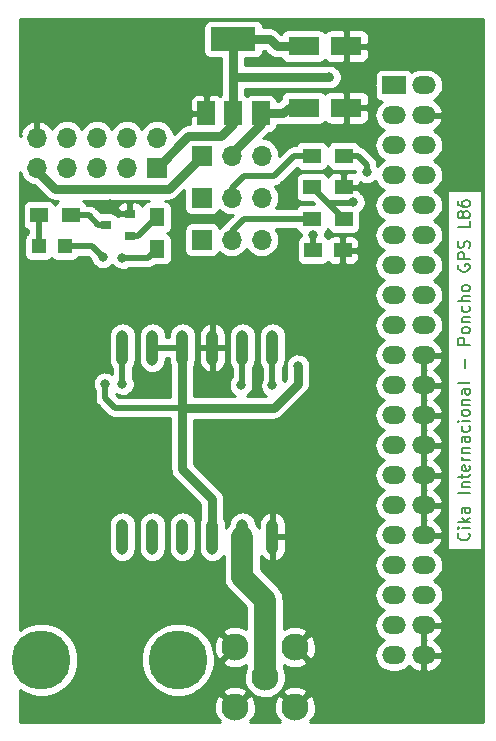
<source format=gbr>
G04 #@! TF.FileFunction,Copper,L1,Top,Signal*
%FSLAX46Y46*%
G04 Gerber Fmt 4.6, Leading zero omitted, Abs format (unit mm)*
G04 Created by KiCad (PCBNEW 4.0.6) date 09/07/17 10:38:29*
%MOMM*%
%LPD*%
G01*
G04 APERTURE LIST*
%ADD10C,0.100000*%
%ADD11C,0.200000*%
%ADD12R,1.200000X1.200000*%
%ADD13O,1.000000X3.000000*%
%ADD14R,2.000000X1.524000*%
%ADD15O,2.000000X1.524000*%
%ADD16R,2.600000X1.600000*%
%ADD17R,1.500000X1.250000*%
%ADD18R,1.700000X1.700000*%
%ADD19O,1.700000X1.700000*%
%ADD20R,0.900000X0.800000*%
%ADD21R,1.300000X1.500000*%
%ADD22R,1.500000X1.300000*%
%ADD23R,3.800000X2.000000*%
%ADD24R,1.500000X2.000000*%
%ADD25C,2.300000*%
%ADD26C,5.000000*%
%ADD27C,0.800000*%
%ADD28C,0.750000*%
%ADD29C,0.500000*%
%ADD30C,1.900000*%
%ADD31C,0.254000*%
G04 APERTURE END LIST*
D10*
D11*
X167997143Y-100780715D02*
X168044762Y-100828334D01*
X168092381Y-100971191D01*
X168092381Y-101066429D01*
X168044762Y-101209287D01*
X167949524Y-101304525D01*
X167854286Y-101352144D01*
X167663810Y-101399763D01*
X167520952Y-101399763D01*
X167330476Y-101352144D01*
X167235238Y-101304525D01*
X167140000Y-101209287D01*
X167092381Y-101066429D01*
X167092381Y-100971191D01*
X167140000Y-100828334D01*
X167187619Y-100780715D01*
X168092381Y-100352144D02*
X167425714Y-100352144D01*
X167092381Y-100352144D02*
X167140000Y-100399763D01*
X167187619Y-100352144D01*
X167140000Y-100304525D01*
X167092381Y-100352144D01*
X167187619Y-100352144D01*
X168092381Y-99875954D02*
X167092381Y-99875954D01*
X167711429Y-99780716D02*
X168092381Y-99495001D01*
X167425714Y-99495001D02*
X167806667Y-99875954D01*
X168092381Y-98637858D02*
X167568571Y-98637858D01*
X167473333Y-98685477D01*
X167425714Y-98780715D01*
X167425714Y-98971192D01*
X167473333Y-99066430D01*
X168044762Y-98637858D02*
X168092381Y-98733096D01*
X168092381Y-98971192D01*
X168044762Y-99066430D01*
X167949524Y-99114049D01*
X167854286Y-99114049D01*
X167759048Y-99066430D01*
X167711429Y-98971192D01*
X167711429Y-98733096D01*
X167663810Y-98637858D01*
X168092381Y-97399763D02*
X167092381Y-97399763D01*
X167425714Y-96923573D02*
X168092381Y-96923573D01*
X167520952Y-96923573D02*
X167473333Y-96875954D01*
X167425714Y-96780716D01*
X167425714Y-96637858D01*
X167473333Y-96542620D01*
X167568571Y-96495001D01*
X168092381Y-96495001D01*
X167425714Y-96161668D02*
X167425714Y-95780716D01*
X167092381Y-96018811D02*
X167949524Y-96018811D01*
X168044762Y-95971192D01*
X168092381Y-95875954D01*
X168092381Y-95780716D01*
X168044762Y-95066429D02*
X168092381Y-95161667D01*
X168092381Y-95352144D01*
X168044762Y-95447382D01*
X167949524Y-95495001D01*
X167568571Y-95495001D01*
X167473333Y-95447382D01*
X167425714Y-95352144D01*
X167425714Y-95161667D01*
X167473333Y-95066429D01*
X167568571Y-95018810D01*
X167663810Y-95018810D01*
X167759048Y-95495001D01*
X168092381Y-94590239D02*
X167425714Y-94590239D01*
X167616190Y-94590239D02*
X167520952Y-94542620D01*
X167473333Y-94495001D01*
X167425714Y-94399763D01*
X167425714Y-94304524D01*
X167425714Y-93971191D02*
X168092381Y-93971191D01*
X167520952Y-93971191D02*
X167473333Y-93923572D01*
X167425714Y-93828334D01*
X167425714Y-93685476D01*
X167473333Y-93590238D01*
X167568571Y-93542619D01*
X168092381Y-93542619D01*
X168092381Y-92637857D02*
X167568571Y-92637857D01*
X167473333Y-92685476D01*
X167425714Y-92780714D01*
X167425714Y-92971191D01*
X167473333Y-93066429D01*
X168044762Y-92637857D02*
X168092381Y-92733095D01*
X168092381Y-92971191D01*
X168044762Y-93066429D01*
X167949524Y-93114048D01*
X167854286Y-93114048D01*
X167759048Y-93066429D01*
X167711429Y-92971191D01*
X167711429Y-92733095D01*
X167663810Y-92637857D01*
X168044762Y-91733095D02*
X168092381Y-91828333D01*
X168092381Y-92018810D01*
X168044762Y-92114048D01*
X167997143Y-92161667D01*
X167901905Y-92209286D01*
X167616190Y-92209286D01*
X167520952Y-92161667D01*
X167473333Y-92114048D01*
X167425714Y-92018810D01*
X167425714Y-91828333D01*
X167473333Y-91733095D01*
X168092381Y-91304524D02*
X167425714Y-91304524D01*
X167092381Y-91304524D02*
X167140000Y-91352143D01*
X167187619Y-91304524D01*
X167140000Y-91256905D01*
X167092381Y-91304524D01*
X167187619Y-91304524D01*
X168092381Y-90685477D02*
X168044762Y-90780715D01*
X167997143Y-90828334D01*
X167901905Y-90875953D01*
X167616190Y-90875953D01*
X167520952Y-90828334D01*
X167473333Y-90780715D01*
X167425714Y-90685477D01*
X167425714Y-90542619D01*
X167473333Y-90447381D01*
X167520952Y-90399762D01*
X167616190Y-90352143D01*
X167901905Y-90352143D01*
X167997143Y-90399762D01*
X168044762Y-90447381D01*
X168092381Y-90542619D01*
X168092381Y-90685477D01*
X167425714Y-89923572D02*
X168092381Y-89923572D01*
X167520952Y-89923572D02*
X167473333Y-89875953D01*
X167425714Y-89780715D01*
X167425714Y-89637857D01*
X167473333Y-89542619D01*
X167568571Y-89495000D01*
X168092381Y-89495000D01*
X168092381Y-88590238D02*
X167568571Y-88590238D01*
X167473333Y-88637857D01*
X167425714Y-88733095D01*
X167425714Y-88923572D01*
X167473333Y-89018810D01*
X168044762Y-88590238D02*
X168092381Y-88685476D01*
X168092381Y-88923572D01*
X168044762Y-89018810D01*
X167949524Y-89066429D01*
X167854286Y-89066429D01*
X167759048Y-89018810D01*
X167711429Y-88923572D01*
X167711429Y-88685476D01*
X167663810Y-88590238D01*
X168092381Y-87971191D02*
X168044762Y-88066429D01*
X167949524Y-88114048D01*
X167092381Y-88114048D01*
X167711429Y-86828333D02*
X167711429Y-86066428D01*
X168092381Y-84828333D02*
X167092381Y-84828333D01*
X167092381Y-84447380D01*
X167140000Y-84352142D01*
X167187619Y-84304523D01*
X167282857Y-84256904D01*
X167425714Y-84256904D01*
X167520952Y-84304523D01*
X167568571Y-84352142D01*
X167616190Y-84447380D01*
X167616190Y-84828333D01*
X168092381Y-83685476D02*
X168044762Y-83780714D01*
X167997143Y-83828333D01*
X167901905Y-83875952D01*
X167616190Y-83875952D01*
X167520952Y-83828333D01*
X167473333Y-83780714D01*
X167425714Y-83685476D01*
X167425714Y-83542618D01*
X167473333Y-83447380D01*
X167520952Y-83399761D01*
X167616190Y-83352142D01*
X167901905Y-83352142D01*
X167997143Y-83399761D01*
X168044762Y-83447380D01*
X168092381Y-83542618D01*
X168092381Y-83685476D01*
X167425714Y-82923571D02*
X168092381Y-82923571D01*
X167520952Y-82923571D02*
X167473333Y-82875952D01*
X167425714Y-82780714D01*
X167425714Y-82637856D01*
X167473333Y-82542618D01*
X167568571Y-82494999D01*
X168092381Y-82494999D01*
X168044762Y-81590237D02*
X168092381Y-81685475D01*
X168092381Y-81875952D01*
X168044762Y-81971190D01*
X167997143Y-82018809D01*
X167901905Y-82066428D01*
X167616190Y-82066428D01*
X167520952Y-82018809D01*
X167473333Y-81971190D01*
X167425714Y-81875952D01*
X167425714Y-81685475D01*
X167473333Y-81590237D01*
X168092381Y-81161666D02*
X167092381Y-81161666D01*
X168092381Y-80733094D02*
X167568571Y-80733094D01*
X167473333Y-80780713D01*
X167425714Y-80875951D01*
X167425714Y-81018809D01*
X167473333Y-81114047D01*
X167520952Y-81161666D01*
X168092381Y-80114047D02*
X168044762Y-80209285D01*
X167997143Y-80256904D01*
X167901905Y-80304523D01*
X167616190Y-80304523D01*
X167520952Y-80256904D01*
X167473333Y-80209285D01*
X167425714Y-80114047D01*
X167425714Y-79971189D01*
X167473333Y-79875951D01*
X167520952Y-79828332D01*
X167616190Y-79780713D01*
X167901905Y-79780713D01*
X167997143Y-79828332D01*
X168044762Y-79875951D01*
X168092381Y-79971189D01*
X168092381Y-80114047D01*
X167140000Y-78066427D02*
X167092381Y-78161665D01*
X167092381Y-78304522D01*
X167140000Y-78447380D01*
X167235238Y-78542618D01*
X167330476Y-78590237D01*
X167520952Y-78637856D01*
X167663810Y-78637856D01*
X167854286Y-78590237D01*
X167949524Y-78542618D01*
X168044762Y-78447380D01*
X168092381Y-78304522D01*
X168092381Y-78209284D01*
X168044762Y-78066427D01*
X167997143Y-78018808D01*
X167663810Y-78018808D01*
X167663810Y-78209284D01*
X168092381Y-77590237D02*
X167092381Y-77590237D01*
X167092381Y-77209284D01*
X167140000Y-77114046D01*
X167187619Y-77066427D01*
X167282857Y-77018808D01*
X167425714Y-77018808D01*
X167520952Y-77066427D01*
X167568571Y-77114046D01*
X167616190Y-77209284D01*
X167616190Y-77590237D01*
X168044762Y-76637856D02*
X168092381Y-76494999D01*
X168092381Y-76256903D01*
X168044762Y-76161665D01*
X167997143Y-76114046D01*
X167901905Y-76066427D01*
X167806667Y-76066427D01*
X167711429Y-76114046D01*
X167663810Y-76161665D01*
X167616190Y-76256903D01*
X167568571Y-76447380D01*
X167520952Y-76542618D01*
X167473333Y-76590237D01*
X167378095Y-76637856D01*
X167282857Y-76637856D01*
X167187619Y-76590237D01*
X167140000Y-76542618D01*
X167092381Y-76447380D01*
X167092381Y-76209284D01*
X167140000Y-76066427D01*
X168092381Y-74399760D02*
X168092381Y-74875951D01*
X167092381Y-74875951D01*
X167520952Y-73923570D02*
X167473333Y-74018808D01*
X167425714Y-74066427D01*
X167330476Y-74114046D01*
X167282857Y-74114046D01*
X167187619Y-74066427D01*
X167140000Y-74018808D01*
X167092381Y-73923570D01*
X167092381Y-73733093D01*
X167140000Y-73637855D01*
X167187619Y-73590236D01*
X167282857Y-73542617D01*
X167330476Y-73542617D01*
X167425714Y-73590236D01*
X167473333Y-73637855D01*
X167520952Y-73733093D01*
X167520952Y-73923570D01*
X167568571Y-74018808D01*
X167616190Y-74066427D01*
X167711429Y-74114046D01*
X167901905Y-74114046D01*
X167997143Y-74066427D01*
X168044762Y-74018808D01*
X168092381Y-73923570D01*
X168092381Y-73733093D01*
X168044762Y-73637855D01*
X167997143Y-73590236D01*
X167901905Y-73542617D01*
X167711429Y-73542617D01*
X167616190Y-73590236D01*
X167568571Y-73637855D01*
X167520952Y-73733093D01*
X167092381Y-72685474D02*
X167092381Y-72875951D01*
X167140000Y-72971189D01*
X167187619Y-73018808D01*
X167330476Y-73114046D01*
X167520952Y-73161665D01*
X167901905Y-73161665D01*
X167997143Y-73114046D01*
X168044762Y-73066427D01*
X168092381Y-72971189D01*
X168092381Y-72780712D01*
X168044762Y-72685474D01*
X167997143Y-72637855D01*
X167901905Y-72590236D01*
X167663810Y-72590236D01*
X167568571Y-72637855D01*
X167520952Y-72685474D01*
X167473333Y-72780712D01*
X167473333Y-72971189D01*
X167520952Y-73066427D01*
X167568571Y-73114046D01*
X167663810Y-73161665D01*
D12*
X133815000Y-76517500D03*
X131615000Y-76517500D03*
D13*
X151384000Y-85090000D03*
X148844000Y-85090000D03*
X146304000Y-85090000D03*
X143764000Y-85090000D03*
X141224000Y-85090000D03*
X138684000Y-85090000D03*
X138684000Y-101090000D03*
X141224000Y-101090000D03*
X143764000Y-101090000D03*
X146304000Y-101090000D03*
X148844000Y-101090000D03*
X151384000Y-101090000D03*
D14*
X161671000Y-62865000D03*
D15*
X164211000Y-62865000D03*
X161671000Y-75565000D03*
X164211000Y-65405000D03*
X161671000Y-78105000D03*
X164211000Y-67945000D03*
X161671000Y-80645000D03*
X164211000Y-70485000D03*
X161671000Y-83185000D03*
X164211000Y-73025000D03*
X161671000Y-85725000D03*
X164211000Y-75565000D03*
X161671000Y-88265000D03*
X164211000Y-78105000D03*
X161671000Y-90805000D03*
X164211000Y-80645000D03*
X161671000Y-93345000D03*
X164211000Y-83185000D03*
X161671000Y-95885000D03*
X164211000Y-85725000D03*
X161671000Y-98425000D03*
X164211000Y-88265000D03*
X161671000Y-100965000D03*
X164211000Y-90805000D03*
X164211000Y-93345000D03*
X161671000Y-103505000D03*
X164211000Y-95885000D03*
X164211000Y-100965000D03*
X164211000Y-103505000D03*
X164211000Y-106045000D03*
X164211000Y-108585000D03*
X161671000Y-106045000D03*
X161671000Y-108585000D03*
X161671000Y-65405000D03*
X161671000Y-67945000D03*
X161671000Y-70485000D03*
X161671000Y-73025000D03*
X161671000Y-111125000D03*
X164211000Y-111125000D03*
X164211000Y-98425000D03*
D16*
X154029000Y-64770000D03*
X157629000Y-64770000D03*
X154029000Y-59563000D03*
X157629000Y-59563000D03*
D17*
X154833000Y-76835000D03*
X157333000Y-76835000D03*
D18*
X145415000Y-68834000D03*
D19*
X147955000Y-68834000D03*
X150495000Y-68834000D03*
D18*
X145415000Y-75946000D03*
D19*
X147955000Y-75946000D03*
X150495000Y-75946000D03*
D18*
X145415000Y-72390000D03*
D19*
X147955000Y-72390000D03*
X150495000Y-72390000D03*
D18*
X141605000Y-69850000D03*
D19*
X141605000Y-67310000D03*
X139065000Y-69850000D03*
X139065000Y-67310000D03*
X136525000Y-69850000D03*
X136525000Y-67310000D03*
X133985000Y-69850000D03*
X133985000Y-67310000D03*
X131445000Y-69850000D03*
X131445000Y-67310000D03*
D20*
X139303000Y-75626000D03*
X139303000Y-73726000D03*
X137303000Y-74676000D03*
D21*
X141605000Y-74024500D03*
X141605000Y-76724500D03*
D22*
X157433000Y-68834000D03*
X154733000Y-68834000D03*
X157433000Y-74168000D03*
X154733000Y-74168000D03*
X157433000Y-71501000D03*
X154733000Y-71501000D03*
D23*
X148082000Y-58953000D03*
D24*
X148082000Y-65253000D03*
X150382000Y-65253000D03*
X145782000Y-65253000D03*
D22*
X134319000Y-73850500D03*
X131619000Y-73850500D03*
D25*
X150749000Y-112979200D03*
X153289000Y-110439200D03*
X148209000Y-110439200D03*
X148209000Y-115519200D03*
X153289000Y-115519200D03*
D26*
X143383000Y-111506000D03*
X131826000Y-111506000D03*
D27*
X156210000Y-62166500D03*
X154813000Y-75565000D03*
X137033000Y-77406500D03*
X137223500Y-88138000D03*
X153543000Y-86614000D03*
X151447500Y-104140000D03*
X146685000Y-104076500D03*
X147637500Y-106299000D03*
X152908000Y-106489500D03*
X137668000Y-72898000D03*
X151384000Y-88265000D03*
X158242000Y-72771000D03*
X159385000Y-70231000D03*
X148717000Y-88265000D03*
X138684000Y-88138000D03*
X138684000Y-77470000D03*
D28*
X156210000Y-62166500D02*
X148145500Y-62166500D01*
X148082000Y-61976000D02*
X148082000Y-62230000D01*
X148145500Y-62166500D02*
X148082000Y-62230000D01*
D29*
X154833000Y-75585000D02*
X154813000Y-75565000D01*
X154833000Y-76835000D02*
X154833000Y-75585000D01*
X136144000Y-76517500D02*
X137033000Y-77406500D01*
X133815000Y-76517500D02*
X136144000Y-76517500D01*
X138049000Y-90170000D02*
X143764000Y-90170000D01*
X137223500Y-89344500D02*
X138049000Y-90170000D01*
X137223500Y-88138000D02*
X137223500Y-89344500D01*
D28*
X143764000Y-90170000D02*
X151511000Y-90170000D01*
X153543000Y-88138000D02*
X153543000Y-86614000D01*
X151511000Y-90170000D02*
X153543000Y-88138000D01*
X143764000Y-85090000D02*
X143764000Y-89662000D01*
X143764000Y-89662000D02*
X143764000Y-90170000D01*
X143764000Y-90170000D02*
X143764000Y-95377000D01*
X146304000Y-97917000D02*
X146304000Y-101090000D01*
X143764000Y-95377000D02*
X146304000Y-97917000D01*
D29*
X141224000Y-85090000D02*
X143764000Y-85090000D01*
D28*
X148082000Y-65253000D02*
X148082000Y-66167000D01*
X148082000Y-66167000D02*
X147066000Y-67183000D01*
X144272000Y-67183000D02*
X141605000Y-69850000D01*
X147066000Y-67183000D02*
X144272000Y-67183000D01*
X148082000Y-58953000D02*
X151155000Y-58953000D01*
X151765000Y-59563000D02*
X154029000Y-59563000D01*
X151155000Y-58953000D02*
X151765000Y-59563000D01*
X148082000Y-58953000D02*
X148082000Y-61976000D01*
X148082000Y-61976000D02*
X148082000Y-62103000D01*
X148082000Y-62103000D02*
X148082000Y-65253000D01*
D11*
X151384000Y-101090000D02*
X151384000Y-104076500D01*
X151384000Y-104076500D02*
X151447500Y-104140000D01*
X146685000Y-104076500D02*
X146685000Y-105600500D01*
X146685000Y-105600500D02*
X147383500Y-106299000D01*
X147383500Y-106299000D02*
X147637500Y-106299000D01*
D29*
X139303000Y-73726000D02*
X138496000Y-73726000D01*
X138496000Y-73726000D02*
X137668000Y-72898000D01*
X131619000Y-73850500D02*
X131619000Y-76513500D01*
X131619000Y-76513500D02*
X131615000Y-76517500D01*
X139303000Y-75626000D02*
X140003500Y-75626000D01*
X140003500Y-75626000D02*
X141605000Y-74024500D01*
X139303000Y-75626000D02*
X139432000Y-75626000D01*
X137303000Y-74676000D02*
X136652000Y-74676000D01*
X135826500Y-73850500D02*
X134319000Y-73850500D01*
X136652000Y-74676000D02*
X135826500Y-73850500D01*
X156091250Y-72826250D02*
X158186750Y-72826250D01*
X151384000Y-88265000D02*
X151384000Y-85090000D01*
X158186750Y-72826250D02*
X158242000Y-72771000D01*
X154733000Y-71501000D02*
X154766000Y-71501000D01*
X154766000Y-71501000D02*
X156091250Y-72826250D01*
X156091250Y-72826250D02*
X157433000Y-74168000D01*
X157433000Y-68834000D02*
X158623000Y-68834000D01*
X148844000Y-88138000D02*
X148844000Y-85090000D01*
X148717000Y-88265000D02*
X148844000Y-88138000D01*
X159385000Y-69596000D02*
X159385000Y-70231000D01*
X158623000Y-68834000D02*
X159385000Y-69596000D01*
X138684000Y-77470000D02*
X140859500Y-77470000D01*
X138684000Y-85090000D02*
X138684000Y-88138000D01*
X140859500Y-77470000D02*
X141605000Y-76724500D01*
D28*
X147955000Y-68834000D02*
X147955000Y-68580000D01*
X147955000Y-68580000D02*
X150382000Y-66153000D01*
X150382000Y-66153000D02*
X150382000Y-65253000D01*
X154029000Y-64770000D02*
X152781000Y-64770000D01*
X152781000Y-64770000D02*
X152298000Y-65253000D01*
X152298000Y-65253000D02*
X150382000Y-65253000D01*
X132969000Y-71628000D02*
X142621000Y-71628000D01*
X131445000Y-69850000D02*
X131445000Y-70104000D01*
X131445000Y-70104000D02*
X132969000Y-71628000D01*
X142621000Y-71628000D02*
X145415000Y-68834000D01*
D30*
X148844000Y-101090000D02*
X148844000Y-104521000D01*
X150749000Y-106426000D02*
X150749000Y-112979200D01*
X148844000Y-104521000D02*
X150749000Y-106426000D01*
D29*
X147955000Y-75946000D02*
X147955000Y-75184000D01*
X147955000Y-75184000D02*
X148971000Y-74168000D01*
X148971000Y-74168000D02*
X154733000Y-74168000D01*
X147955000Y-72390000D02*
X147955000Y-71564500D01*
X147955000Y-71564500D02*
X148971000Y-70548500D01*
X148971000Y-70548500D02*
X151511000Y-70548500D01*
X151511000Y-70548500D02*
X153225500Y-68834000D01*
X153225500Y-68834000D02*
X154733000Y-68834000D01*
D28*
X161671000Y-62865000D02*
X161036000Y-62865000D01*
D31*
G36*
X169216000Y-116765000D02*
X154578916Y-116765000D01*
X154646662Y-116697254D01*
X154531351Y-116581943D01*
X154811090Y-116468082D01*
X154966961Y-116152904D01*
X155058349Y-115813374D01*
X155081741Y-115462539D01*
X155036240Y-115113881D01*
X154923594Y-114780800D01*
X154811090Y-114570318D01*
X154531349Y-114456456D01*
X153468605Y-115519200D01*
X153482748Y-115533343D01*
X153303143Y-115712948D01*
X153289000Y-115698805D01*
X153274858Y-115712948D01*
X153095253Y-115533343D01*
X153109395Y-115519200D01*
X152046651Y-114456456D01*
X151766910Y-114570318D01*
X151611039Y-114885496D01*
X151519651Y-115225026D01*
X151496259Y-115575861D01*
X151541760Y-115924519D01*
X151654406Y-116257600D01*
X151766910Y-116468082D01*
X152046649Y-116581943D01*
X151931338Y-116697254D01*
X151999084Y-116765000D01*
X149498916Y-116765000D01*
X149566662Y-116697254D01*
X149451351Y-116581943D01*
X149731090Y-116468082D01*
X149886961Y-116152904D01*
X149978349Y-115813374D01*
X150001741Y-115462539D01*
X149956240Y-115113881D01*
X149843594Y-114780800D01*
X149731090Y-114570318D01*
X149451349Y-114456456D01*
X148388605Y-115519200D01*
X148402748Y-115533343D01*
X148223143Y-115712948D01*
X148209000Y-115698805D01*
X148194858Y-115712948D01*
X148015253Y-115533343D01*
X148029395Y-115519200D01*
X146966651Y-114456456D01*
X146686910Y-114570318D01*
X146531039Y-114885496D01*
X146439651Y-115225026D01*
X146416259Y-115575861D01*
X146461760Y-115924519D01*
X146574406Y-116257600D01*
X146686910Y-116468082D01*
X146966649Y-116581943D01*
X146851338Y-116697254D01*
X146919084Y-116765000D01*
X129996000Y-116765000D01*
X129996000Y-114052100D01*
X130289160Y-114255852D01*
X130852544Y-114501989D01*
X131453007Y-114634009D01*
X132067678Y-114646885D01*
X132673143Y-114540125D01*
X133246340Y-114317796D01*
X133765438Y-113988367D01*
X134210662Y-113564385D01*
X134565056Y-113062000D01*
X134815120Y-112500348D01*
X134951329Y-111900821D01*
X134953161Y-111769599D01*
X140243879Y-111769599D01*
X140354863Y-112374304D01*
X140581188Y-112945936D01*
X140914233Y-113462720D01*
X141341313Y-113904974D01*
X141846160Y-114255852D01*
X142409544Y-114501989D01*
X143010007Y-114634009D01*
X143624678Y-114646885D01*
X144230143Y-114540125D01*
X144803340Y-114317796D01*
X144867859Y-114276851D01*
X147146256Y-114276851D01*
X148209000Y-115339595D01*
X149271744Y-114276851D01*
X149157882Y-113997110D01*
X148842704Y-113841239D01*
X148503174Y-113749851D01*
X148152339Y-113726459D01*
X147803681Y-113771960D01*
X147470600Y-113884606D01*
X147260118Y-113997110D01*
X147146256Y-114276851D01*
X144867859Y-114276851D01*
X145322438Y-113988367D01*
X145767662Y-113564385D01*
X146122056Y-113062000D01*
X146372120Y-112500348D01*
X146508329Y-111900821D01*
X146518135Y-111198597D01*
X146398718Y-110595501D01*
X146357650Y-110495861D01*
X146416259Y-110495861D01*
X146461760Y-110844519D01*
X146574406Y-111177600D01*
X146686910Y-111388082D01*
X146966651Y-111501944D01*
X148029395Y-110439200D01*
X146966651Y-109376456D01*
X146686910Y-109490318D01*
X146531039Y-109805496D01*
X146439651Y-110145026D01*
X146416259Y-110495861D01*
X146357650Y-110495861D01*
X146164434Y-110027085D01*
X145824206Y-109515001D01*
X145390993Y-109078753D01*
X144881297Y-108734958D01*
X144314530Y-108496712D01*
X143712282Y-108373088D01*
X143097492Y-108368796D01*
X142493577Y-108483999D01*
X141923539Y-108714309D01*
X141409092Y-109050954D01*
X140969831Y-109481110D01*
X140622486Y-109988395D01*
X140380288Y-110553484D01*
X140252463Y-111154854D01*
X140243879Y-111769599D01*
X134953161Y-111769599D01*
X134961135Y-111198597D01*
X134841718Y-110595501D01*
X134607434Y-110027085D01*
X134267206Y-109515001D01*
X133833993Y-109078753D01*
X133324297Y-108734958D01*
X132757530Y-108496712D01*
X132155282Y-108373088D01*
X131540492Y-108368796D01*
X130936577Y-108483999D01*
X130366539Y-108714309D01*
X129996000Y-108956783D01*
X129996000Y-100079670D01*
X137549000Y-100079670D01*
X137549000Y-102100330D01*
X137570616Y-102320786D01*
X137634640Y-102532845D01*
X137738634Y-102728429D01*
X137878637Y-102900090D01*
X138049316Y-103041288D01*
X138244170Y-103146645D01*
X138455777Y-103212148D01*
X138676076Y-103235302D01*
X138896678Y-103215226D01*
X139109178Y-103152684D01*
X139305484Y-103050057D01*
X139478118Y-102911256D01*
X139620504Y-102741568D01*
X139727219Y-102547454D01*
X139794198Y-102336310D01*
X139818889Y-102116177D01*
X139819000Y-102100330D01*
X139819000Y-100079670D01*
X140089000Y-100079670D01*
X140089000Y-102100330D01*
X140110616Y-102320786D01*
X140174640Y-102532845D01*
X140278634Y-102728429D01*
X140418637Y-102900090D01*
X140589316Y-103041288D01*
X140784170Y-103146645D01*
X140995777Y-103212148D01*
X141216076Y-103235302D01*
X141436678Y-103215226D01*
X141649178Y-103152684D01*
X141845484Y-103050057D01*
X142018118Y-102911256D01*
X142160504Y-102741568D01*
X142267219Y-102547454D01*
X142334198Y-102336310D01*
X142358889Y-102116177D01*
X142359000Y-102100330D01*
X142359000Y-100079670D01*
X142629000Y-100079670D01*
X142629000Y-102100330D01*
X142650616Y-102320786D01*
X142714640Y-102532845D01*
X142818634Y-102728429D01*
X142958637Y-102900090D01*
X143129316Y-103041288D01*
X143324170Y-103146645D01*
X143535777Y-103212148D01*
X143756076Y-103235302D01*
X143976678Y-103215226D01*
X144189178Y-103152684D01*
X144385484Y-103050057D01*
X144558118Y-102911256D01*
X144700504Y-102741568D01*
X144807219Y-102547454D01*
X144874198Y-102336310D01*
X144898889Y-102116177D01*
X144899000Y-102100330D01*
X144899000Y-100079670D01*
X144877384Y-99859214D01*
X144813360Y-99647155D01*
X144709366Y-99451571D01*
X144569363Y-99279910D01*
X144398684Y-99138712D01*
X144203830Y-99033355D01*
X143992223Y-98967852D01*
X143771924Y-98944698D01*
X143551322Y-98964774D01*
X143338822Y-99027316D01*
X143142516Y-99129943D01*
X142969882Y-99268744D01*
X142827496Y-99438432D01*
X142720781Y-99632546D01*
X142653802Y-99843690D01*
X142629111Y-100063823D01*
X142629000Y-100079670D01*
X142359000Y-100079670D01*
X142337384Y-99859214D01*
X142273360Y-99647155D01*
X142169366Y-99451571D01*
X142029363Y-99279910D01*
X141858684Y-99138712D01*
X141663830Y-99033355D01*
X141452223Y-98967852D01*
X141231924Y-98944698D01*
X141011322Y-98964774D01*
X140798822Y-99027316D01*
X140602516Y-99129943D01*
X140429882Y-99268744D01*
X140287496Y-99438432D01*
X140180781Y-99632546D01*
X140113802Y-99843690D01*
X140089111Y-100063823D01*
X140089000Y-100079670D01*
X139819000Y-100079670D01*
X139797384Y-99859214D01*
X139733360Y-99647155D01*
X139629366Y-99451571D01*
X139489363Y-99279910D01*
X139318684Y-99138712D01*
X139123830Y-99033355D01*
X138912223Y-98967852D01*
X138691924Y-98944698D01*
X138471322Y-98964774D01*
X138258822Y-99027316D01*
X138062516Y-99129943D01*
X137889882Y-99268744D01*
X137747496Y-99438432D01*
X137640781Y-99632546D01*
X137573802Y-99843690D01*
X137549111Y-100063823D01*
X137549000Y-100079670D01*
X129996000Y-100079670D01*
X129996000Y-88225026D01*
X136187139Y-88225026D01*
X136223780Y-88424665D01*
X136298500Y-88613386D01*
X136338500Y-88675454D01*
X136338500Y-89344500D01*
X136346477Y-89425856D01*
X136353602Y-89507296D01*
X136354901Y-89511767D01*
X136355355Y-89516397D01*
X136378975Y-89594631D01*
X136401790Y-89673160D01*
X136403932Y-89677293D01*
X136405277Y-89681747D01*
X136443635Y-89753888D01*
X136481276Y-89826506D01*
X136484182Y-89830146D01*
X136486365Y-89834252D01*
X136538007Y-89897571D01*
X136589034Y-89961491D01*
X136595427Y-89967974D01*
X136595530Y-89968101D01*
X136595647Y-89968198D01*
X136597710Y-89970290D01*
X137423210Y-90795789D01*
X137486397Y-90847691D01*
X137549004Y-90900225D01*
X137553081Y-90902466D01*
X137556678Y-90905421D01*
X137628692Y-90944034D01*
X137700361Y-90983435D01*
X137704802Y-90984844D01*
X137708898Y-90987040D01*
X137786994Y-91010917D01*
X137864998Y-91035661D01*
X137869626Y-91036180D01*
X137874074Y-91037540D01*
X137955344Y-91045795D01*
X138036643Y-91054914D01*
X138045746Y-91054977D01*
X138045910Y-91054994D01*
X138046063Y-91054980D01*
X138049000Y-91055000D01*
X142754000Y-91055000D01*
X142754000Y-95377000D01*
X142763106Y-95469875D01*
X142771235Y-95562791D01*
X142772717Y-95567891D01*
X142773235Y-95573177D01*
X142800189Y-95662452D01*
X142826229Y-95752082D01*
X142828675Y-95756801D01*
X142830209Y-95761881D01*
X142873984Y-95844210D01*
X142916943Y-95927085D01*
X142920257Y-95931237D01*
X142922750Y-95935925D01*
X142981695Y-96008199D01*
X143039920Y-96081137D01*
X143047212Y-96088531D01*
X143047334Y-96088681D01*
X143047473Y-96088796D01*
X143049822Y-96091178D01*
X145294000Y-98335356D01*
X145294000Y-99572121D01*
X145260781Y-99632546D01*
X145193802Y-99843690D01*
X145169111Y-100063823D01*
X145169000Y-100079670D01*
X145169000Y-102100330D01*
X145190616Y-102320786D01*
X145254640Y-102532845D01*
X145358634Y-102728429D01*
X145498637Y-102900090D01*
X145669316Y-103041288D01*
X145864170Y-103146645D01*
X146075777Y-103212148D01*
X146296076Y-103235302D01*
X146516678Y-103215226D01*
X146729178Y-103152684D01*
X146925484Y-103050057D01*
X147098118Y-102911256D01*
X147240504Y-102741568D01*
X147259000Y-102707924D01*
X147259000Y-104521000D01*
X147273285Y-104666693D01*
X147286047Y-104812563D01*
X147288373Y-104820569D01*
X147289186Y-104828861D01*
X147331493Y-104968987D01*
X147372350Y-105109618D01*
X147376186Y-105117019D01*
X147378595Y-105124997D01*
X147447322Y-105254254D01*
X147514707Y-105384253D01*
X147519907Y-105390767D01*
X147523820Y-105398126D01*
X147616334Y-105511560D01*
X147707696Y-105626007D01*
X147719134Y-105637605D01*
X147719330Y-105637845D01*
X147719553Y-105638029D01*
X147723236Y-105641764D01*
X149164000Y-107082528D01*
X149164000Y-108932141D01*
X149157882Y-108917110D01*
X148842704Y-108761239D01*
X148503174Y-108669851D01*
X148152339Y-108646459D01*
X147803681Y-108691960D01*
X147470600Y-108804606D01*
X147260118Y-108917110D01*
X147146256Y-109196851D01*
X148209000Y-110259595D01*
X148223143Y-110245453D01*
X148402748Y-110425058D01*
X148388605Y-110439200D01*
X148402748Y-110453343D01*
X148223143Y-110632948D01*
X148209000Y-110618805D01*
X147146256Y-111681549D01*
X147260118Y-111961290D01*
X147575296Y-112117161D01*
X147914826Y-112208549D01*
X148265661Y-112231941D01*
X148614319Y-112186440D01*
X148947400Y-112073794D01*
X149157882Y-111961290D01*
X149164000Y-111946259D01*
X149164000Y-112145963D01*
X149039322Y-112436858D01*
X148966541Y-112779265D01*
X148961654Y-113129288D01*
X149024845Y-113473593D01*
X149153710Y-113799068D01*
X149343338Y-114093314D01*
X149586508Y-114345123D01*
X149873957Y-114544905D01*
X150194736Y-114685050D01*
X150536626Y-114760220D01*
X150886606Y-114767551D01*
X151231345Y-114706764D01*
X151557711Y-114580175D01*
X151853273Y-114392605D01*
X151974826Y-114276851D01*
X152226256Y-114276851D01*
X153289000Y-115339595D01*
X154351744Y-114276851D01*
X154237882Y-113997110D01*
X153922704Y-113841239D01*
X153583174Y-113749851D01*
X153232339Y-113726459D01*
X152883681Y-113771960D01*
X152550600Y-113884606D01*
X152340118Y-113997110D01*
X152226256Y-114276851D01*
X151974826Y-114276851D01*
X152106774Y-114151199D01*
X152308558Y-113865152D01*
X152450939Y-113545360D01*
X152528494Y-113204002D01*
X152534077Y-112804172D01*
X152466084Y-112460782D01*
X152334000Y-112140324D01*
X152334000Y-111946259D01*
X152340118Y-111961290D01*
X152655296Y-112117161D01*
X152994826Y-112208549D01*
X153345661Y-112231941D01*
X153694319Y-112186440D01*
X154027400Y-112073794D01*
X154237882Y-111961290D01*
X154351744Y-111681549D01*
X153289000Y-110618805D01*
X153274858Y-110632948D01*
X153095253Y-110453343D01*
X153109395Y-110439200D01*
X153468605Y-110439200D01*
X154531349Y-111501944D01*
X154811090Y-111388082D01*
X154966961Y-111072904D01*
X155058349Y-110733374D01*
X155081741Y-110382539D01*
X155036240Y-110033881D01*
X154923594Y-109700800D01*
X154811090Y-109490318D01*
X154531349Y-109376456D01*
X153468605Y-110439200D01*
X153109395Y-110439200D01*
X153095253Y-110425058D01*
X153274858Y-110245453D01*
X153289000Y-110259595D01*
X154351744Y-109196851D01*
X154237882Y-108917110D01*
X153922704Y-108761239D01*
X153583174Y-108669851D01*
X153232339Y-108646459D01*
X152883681Y-108691960D01*
X152550600Y-108804606D01*
X152340118Y-108917110D01*
X152334000Y-108932141D01*
X152334000Y-106426000D01*
X152319715Y-106280307D01*
X152306953Y-106134437D01*
X152304627Y-106126431D01*
X152303814Y-106118139D01*
X152261521Y-105978059D01*
X152220651Y-105837382D01*
X152216812Y-105829977D01*
X152214405Y-105822003D01*
X152145697Y-105692781D01*
X152078293Y-105562747D01*
X152073093Y-105556233D01*
X152069180Y-105548874D01*
X151976666Y-105435440D01*
X151885304Y-105320993D01*
X151873866Y-105309395D01*
X151873670Y-105309155D01*
X151873447Y-105308971D01*
X151869764Y-105305236D01*
X150429000Y-103864472D01*
X150429000Y-102707135D01*
X150510839Y-102826169D01*
X150671236Y-102982369D01*
X150859024Y-103104276D01*
X151082126Y-103184119D01*
X151257000Y-103057954D01*
X151257000Y-101217000D01*
X151511000Y-101217000D01*
X151511000Y-103057954D01*
X151685874Y-103184119D01*
X151908976Y-103104276D01*
X152096764Y-102982369D01*
X152257161Y-102826169D01*
X152384003Y-102641678D01*
X152472415Y-102435987D01*
X152519000Y-102217000D01*
X152519000Y-101217000D01*
X151511000Y-101217000D01*
X151257000Y-101217000D01*
X151237000Y-101217000D01*
X151237000Y-100963000D01*
X151257000Y-100963000D01*
X151257000Y-99122046D01*
X151511000Y-99122046D01*
X151511000Y-100963000D01*
X152519000Y-100963000D01*
X152519000Y-99963000D01*
X152472415Y-99744013D01*
X152384003Y-99538322D01*
X152257161Y-99353831D01*
X152096764Y-99197631D01*
X151908976Y-99075724D01*
X151685874Y-98995881D01*
X151511000Y-99122046D01*
X151257000Y-99122046D01*
X151082126Y-98995881D01*
X150859024Y-99075724D01*
X150671236Y-99197631D01*
X150510839Y-99353831D01*
X150383997Y-99538322D01*
X150295585Y-99744013D01*
X150249000Y-99963000D01*
X150249000Y-100372398D01*
X150164180Y-100212874D01*
X149968670Y-99973155D01*
X149968546Y-99973052D01*
X149957384Y-99859214D01*
X149893360Y-99647155D01*
X149789366Y-99451571D01*
X149649363Y-99279910D01*
X149478684Y-99138712D01*
X149283830Y-99033355D01*
X149072223Y-98967852D01*
X148851924Y-98944698D01*
X148631322Y-98964774D01*
X148418822Y-99027316D01*
X148222516Y-99129943D01*
X148049882Y-99268744D01*
X147907496Y-99438432D01*
X147800781Y-99632546D01*
X147733802Y-99843690D01*
X147718869Y-99976826D01*
X147536195Y-100194527D01*
X147439000Y-100371324D01*
X147439000Y-100079670D01*
X147417384Y-99859214D01*
X147353360Y-99647155D01*
X147314000Y-99573130D01*
X147314000Y-97917000D01*
X147304894Y-97824125D01*
X147296765Y-97731209D01*
X147295283Y-97726109D01*
X147294765Y-97720823D01*
X147267797Y-97631502D01*
X147241770Y-97541918D01*
X147239326Y-97537203D01*
X147237791Y-97532119D01*
X147194008Y-97449775D01*
X147151057Y-97366914D01*
X147147741Y-97362761D01*
X147145250Y-97358075D01*
X147086323Y-97285823D01*
X147028080Y-97212863D01*
X147020788Y-97205469D01*
X147020666Y-97205319D01*
X147020527Y-97205204D01*
X147018178Y-97202822D01*
X144774000Y-94958644D01*
X144774000Y-91180000D01*
X151511000Y-91180000D01*
X151603875Y-91170894D01*
X151696791Y-91162765D01*
X151701891Y-91161283D01*
X151707177Y-91160765D01*
X151796452Y-91133811D01*
X151886082Y-91107771D01*
X151890801Y-91105325D01*
X151895881Y-91103791D01*
X151978210Y-91060016D01*
X152061085Y-91017057D01*
X152065237Y-91013743D01*
X152069925Y-91011250D01*
X152142199Y-90952305D01*
X152215137Y-90894080D01*
X152222531Y-90886788D01*
X152222681Y-90886666D01*
X152222796Y-90886527D01*
X152225178Y-90884178D01*
X154257178Y-88852178D01*
X154316417Y-88780060D01*
X154376365Y-88708617D01*
X154378923Y-88703964D01*
X154382295Y-88699859D01*
X154426379Y-88617642D01*
X154471327Y-88535881D01*
X154472934Y-88530816D01*
X154475442Y-88526138D01*
X154502700Y-88436981D01*
X154530929Y-88347991D01*
X154531522Y-88342709D01*
X154533073Y-88337634D01*
X154542495Y-88244876D01*
X154552902Y-88152102D01*
X154552974Y-88141720D01*
X154552994Y-88141525D01*
X154552977Y-88141343D01*
X154553000Y-88138000D01*
X154553000Y-86840333D01*
X154574807Y-86744348D01*
X154578044Y-86512513D01*
X154538620Y-86313405D01*
X154461273Y-86125746D01*
X154348948Y-85956684D01*
X154205926Y-85812660D01*
X154037653Y-85699158D01*
X153850539Y-85620503D01*
X153651710Y-85579689D01*
X153448741Y-85578272D01*
X153249363Y-85616306D01*
X153061168Y-85692341D01*
X152891327Y-85803482D01*
X152746308Y-85945496D01*
X152631634Y-86112972D01*
X152551674Y-86299533D01*
X152509473Y-86498071D01*
X152506639Y-86701026D01*
X152533000Y-86844654D01*
X152533000Y-87719644D01*
X152352949Y-87899695D01*
X152302273Y-87776746D01*
X152269000Y-87726666D01*
X152269000Y-86802948D01*
X152320504Y-86741568D01*
X152427219Y-86547454D01*
X152494198Y-86336310D01*
X152518889Y-86116177D01*
X152519000Y-86100330D01*
X152519000Y-84079670D01*
X152497384Y-83859214D01*
X152433360Y-83647155D01*
X152329366Y-83451571D01*
X152189363Y-83279910D01*
X152018684Y-83138712D01*
X151823830Y-83033355D01*
X151612223Y-82967852D01*
X151391924Y-82944698D01*
X151171322Y-82964774D01*
X150958822Y-83027316D01*
X150762516Y-83129943D01*
X150589882Y-83268744D01*
X150447496Y-83438432D01*
X150340781Y-83632546D01*
X150273802Y-83843690D01*
X150249111Y-84063823D01*
X150249000Y-84079670D01*
X150249000Y-86100330D01*
X150270616Y-86320786D01*
X150334640Y-86532845D01*
X150438634Y-86728429D01*
X150499000Y-86802445D01*
X150499000Y-87725466D01*
X150472634Y-87763972D01*
X150392674Y-87950533D01*
X150350473Y-88149071D01*
X150347639Y-88352026D01*
X150384280Y-88551665D01*
X150459000Y-88740386D01*
X150568953Y-88910999D01*
X150709950Y-89057006D01*
X150858139Y-89160000D01*
X149238382Y-89160000D01*
X149357293Y-89084537D01*
X149504281Y-88944563D01*
X149621282Y-88778703D01*
X149703839Y-88593278D01*
X149748807Y-88395348D01*
X149752044Y-88163513D01*
X149729000Y-88047131D01*
X149729000Y-86802948D01*
X149780504Y-86741568D01*
X149887219Y-86547454D01*
X149954198Y-86336310D01*
X149978889Y-86116177D01*
X149979000Y-86100330D01*
X149979000Y-84079670D01*
X149957384Y-83859214D01*
X149893360Y-83647155D01*
X149789366Y-83451571D01*
X149649363Y-83279910D01*
X149478684Y-83138712D01*
X149283830Y-83033355D01*
X149072223Y-82967852D01*
X148851924Y-82944698D01*
X148631322Y-82964774D01*
X148418822Y-83027316D01*
X148222516Y-83129943D01*
X148049882Y-83268744D01*
X147907496Y-83438432D01*
X147800781Y-83632546D01*
X147733802Y-83843690D01*
X147709111Y-84063823D01*
X147709000Y-84079670D01*
X147709000Y-86100330D01*
X147730616Y-86320786D01*
X147794640Y-86532845D01*
X147898634Y-86728429D01*
X147959000Y-86802445D01*
X147959000Y-87558606D01*
X147920308Y-87596496D01*
X147805634Y-87763972D01*
X147725674Y-87950533D01*
X147683473Y-88149071D01*
X147680639Y-88352026D01*
X147717280Y-88551665D01*
X147792000Y-88740386D01*
X147901953Y-88910999D01*
X148042950Y-89057006D01*
X148191139Y-89160000D01*
X144774000Y-89160000D01*
X144774000Y-86607879D01*
X144807219Y-86547454D01*
X144874198Y-86336310D01*
X144898889Y-86116177D01*
X144899000Y-86100330D01*
X144899000Y-85217000D01*
X145169000Y-85217000D01*
X145169000Y-86217000D01*
X145215585Y-86435987D01*
X145303997Y-86641678D01*
X145430839Y-86826169D01*
X145591236Y-86982369D01*
X145779024Y-87104276D01*
X146002126Y-87184119D01*
X146177000Y-87057954D01*
X146177000Y-85217000D01*
X146431000Y-85217000D01*
X146431000Y-87057954D01*
X146605874Y-87184119D01*
X146828976Y-87104276D01*
X147016764Y-86982369D01*
X147177161Y-86826169D01*
X147304003Y-86641678D01*
X147392415Y-86435987D01*
X147439000Y-86217000D01*
X147439000Y-85217000D01*
X146431000Y-85217000D01*
X146177000Y-85217000D01*
X145169000Y-85217000D01*
X144899000Y-85217000D01*
X144899000Y-84079670D01*
X144887561Y-83963000D01*
X145169000Y-83963000D01*
X145169000Y-84963000D01*
X146177000Y-84963000D01*
X146177000Y-83122046D01*
X146431000Y-83122046D01*
X146431000Y-84963000D01*
X147439000Y-84963000D01*
X147439000Y-83963000D01*
X147392415Y-83744013D01*
X147304003Y-83538322D01*
X147177161Y-83353831D01*
X147016764Y-83197631D01*
X146828976Y-83075724D01*
X146605874Y-82995881D01*
X146431000Y-83122046D01*
X146177000Y-83122046D01*
X146002126Y-82995881D01*
X145779024Y-83075724D01*
X145591236Y-83197631D01*
X145430839Y-83353831D01*
X145303997Y-83538322D01*
X145215585Y-83744013D01*
X145169000Y-83963000D01*
X144887561Y-83963000D01*
X144877384Y-83859214D01*
X144813360Y-83647155D01*
X144709366Y-83451571D01*
X144569363Y-83279910D01*
X144398684Y-83138712D01*
X144203830Y-83033355D01*
X143992223Y-82967852D01*
X143771924Y-82944698D01*
X143551322Y-82964774D01*
X143338822Y-83027316D01*
X143142516Y-83129943D01*
X142969882Y-83268744D01*
X142827496Y-83438432D01*
X142720781Y-83632546D01*
X142653802Y-83843690D01*
X142629111Y-84063823D01*
X142629000Y-84079670D01*
X142629000Y-84205000D01*
X142359000Y-84205000D01*
X142359000Y-84079670D01*
X142337384Y-83859214D01*
X142273360Y-83647155D01*
X142169366Y-83451571D01*
X142029363Y-83279910D01*
X141858684Y-83138712D01*
X141663830Y-83033355D01*
X141452223Y-82967852D01*
X141231924Y-82944698D01*
X141011322Y-82964774D01*
X140798822Y-83027316D01*
X140602516Y-83129943D01*
X140429882Y-83268744D01*
X140287496Y-83438432D01*
X140180781Y-83632546D01*
X140113802Y-83843690D01*
X140089111Y-84063823D01*
X140089000Y-84079670D01*
X140089000Y-86100330D01*
X140110616Y-86320786D01*
X140174640Y-86532845D01*
X140278634Y-86728429D01*
X140418637Y-86900090D01*
X140589316Y-87041288D01*
X140784170Y-87146645D01*
X140995777Y-87212148D01*
X141216076Y-87235302D01*
X141436678Y-87215226D01*
X141649178Y-87152684D01*
X141845484Y-87050057D01*
X142018118Y-86911256D01*
X142160504Y-86741568D01*
X142267219Y-86547454D01*
X142334198Y-86336310D01*
X142358889Y-86116177D01*
X142359000Y-86100330D01*
X142359000Y-85975000D01*
X142629000Y-85975000D01*
X142629000Y-86100330D01*
X142650616Y-86320786D01*
X142714640Y-86532845D01*
X142754000Y-86606870D01*
X142754000Y-89285000D01*
X138415579Y-89285000D01*
X138175978Y-89045398D01*
X138176622Y-89045846D01*
X138362620Y-89127106D01*
X138560859Y-89170692D01*
X138763788Y-89174943D01*
X138963679Y-89139697D01*
X139152916Y-89066296D01*
X139324293Y-88957537D01*
X139471281Y-88817563D01*
X139588282Y-88651703D01*
X139670839Y-88466278D01*
X139715807Y-88268348D01*
X139719044Y-88036513D01*
X139679620Y-87837405D01*
X139602273Y-87649746D01*
X139569000Y-87599666D01*
X139569000Y-86802948D01*
X139620504Y-86741568D01*
X139727219Y-86547454D01*
X139794198Y-86336310D01*
X139818889Y-86116177D01*
X139819000Y-86100330D01*
X139819000Y-84079670D01*
X139797384Y-83859214D01*
X139733360Y-83647155D01*
X139629366Y-83451571D01*
X139489363Y-83279910D01*
X139318684Y-83138712D01*
X139123830Y-83033355D01*
X138912223Y-82967852D01*
X138691924Y-82944698D01*
X138471322Y-82964774D01*
X138258822Y-83027316D01*
X138062516Y-83129943D01*
X137889882Y-83268744D01*
X137747496Y-83438432D01*
X137640781Y-83632546D01*
X137573802Y-83843690D01*
X137549111Y-84063823D01*
X137549000Y-84079670D01*
X137549000Y-86100330D01*
X137570616Y-86320786D01*
X137634640Y-86532845D01*
X137738634Y-86728429D01*
X137799000Y-86802445D01*
X137799000Y-87277690D01*
X137718153Y-87223158D01*
X137531039Y-87144503D01*
X137332210Y-87103689D01*
X137129241Y-87102272D01*
X136929863Y-87140306D01*
X136741668Y-87216341D01*
X136571827Y-87327482D01*
X136426808Y-87469496D01*
X136312134Y-87636972D01*
X136232174Y-87823533D01*
X136189973Y-88022071D01*
X136187139Y-88225026D01*
X129996000Y-88225026D01*
X129996000Y-70171186D01*
X130072049Y-70423075D01*
X130208112Y-70678971D01*
X130391287Y-70903567D01*
X130614599Y-71088306D01*
X130869539Y-71226152D01*
X131146399Y-71311854D01*
X131233671Y-71321027D01*
X132254822Y-72342178D01*
X132326913Y-72401394D01*
X132398383Y-72461365D01*
X132403039Y-72463925D01*
X132407141Y-72467294D01*
X132489320Y-72511358D01*
X132571119Y-72556327D01*
X132576184Y-72557934D01*
X132580862Y-72560442D01*
X132670019Y-72587700D01*
X132759009Y-72615929D01*
X132764291Y-72616522D01*
X132769366Y-72618073D01*
X132862124Y-72627495D01*
X132954898Y-72637902D01*
X132965280Y-72637974D01*
X132965475Y-72637994D01*
X132965657Y-72637977D01*
X132969000Y-72638000D01*
X133274522Y-72638000D01*
X133146441Y-72722400D01*
X133029975Y-72859050D01*
X132967502Y-72997642D01*
X132945894Y-72927866D01*
X132847100Y-72777941D01*
X132710450Y-72661475D01*
X132546763Y-72587690D01*
X132369000Y-72562428D01*
X130869000Y-72562428D01*
X130767879Y-72570492D01*
X130596366Y-72623606D01*
X130446441Y-72722400D01*
X130329975Y-72859050D01*
X130256190Y-73022737D01*
X130230928Y-73200500D01*
X130230928Y-74500500D01*
X130238992Y-74601621D01*
X130292106Y-74773134D01*
X130390900Y-74923059D01*
X130527550Y-75039525D01*
X130691237Y-75113310D01*
X130734000Y-75119387D01*
X130734000Y-75346119D01*
X130592441Y-75439400D01*
X130475975Y-75576050D01*
X130402190Y-75739737D01*
X130376928Y-75917500D01*
X130376928Y-77117500D01*
X130384992Y-77218621D01*
X130438106Y-77390134D01*
X130536900Y-77540059D01*
X130673550Y-77656525D01*
X130837237Y-77730310D01*
X131015000Y-77755572D01*
X132215000Y-77755572D01*
X132316121Y-77747508D01*
X132487634Y-77694394D01*
X132637559Y-77595600D01*
X132714225Y-77505648D01*
X132736900Y-77540059D01*
X132873550Y-77656525D01*
X133037237Y-77730310D01*
X133215000Y-77755572D01*
X134415000Y-77755572D01*
X134516121Y-77747508D01*
X134687634Y-77694394D01*
X134837559Y-77595600D01*
X134954025Y-77458950D01*
X134979471Y-77402500D01*
X135777420Y-77402500D01*
X136025456Y-77650535D01*
X136033280Y-77693165D01*
X136108000Y-77881886D01*
X136217953Y-78052499D01*
X136358950Y-78198506D01*
X136525622Y-78314346D01*
X136711620Y-78395606D01*
X136909859Y-78439192D01*
X137112788Y-78443443D01*
X137312679Y-78408197D01*
X137501916Y-78334796D01*
X137673293Y-78226037D01*
X137820281Y-78086063D01*
X137835634Y-78064298D01*
X137868953Y-78115999D01*
X138009950Y-78262006D01*
X138176622Y-78377846D01*
X138362620Y-78459106D01*
X138560859Y-78502692D01*
X138763788Y-78506943D01*
X138963679Y-78471697D01*
X139152916Y-78398296D01*
X139221140Y-78355000D01*
X140859500Y-78355000D01*
X140940856Y-78347023D01*
X141022296Y-78339898D01*
X141026767Y-78338599D01*
X141031397Y-78338145D01*
X141109631Y-78314525D01*
X141188160Y-78291710D01*
X141192293Y-78289568D01*
X141196747Y-78288223D01*
X141268888Y-78249865D01*
X141341506Y-78212224D01*
X141345146Y-78209318D01*
X141349252Y-78207135D01*
X141412571Y-78155493D01*
X141466337Y-78112572D01*
X142255000Y-78112572D01*
X142356121Y-78104508D01*
X142527634Y-78051394D01*
X142677559Y-77952600D01*
X142794025Y-77815950D01*
X142867810Y-77652263D01*
X142893072Y-77474500D01*
X142893072Y-75974500D01*
X142885008Y-75873379D01*
X142831894Y-75701866D01*
X142733100Y-75551941D01*
X142596450Y-75435475D01*
X142457858Y-75373002D01*
X142527634Y-75351394D01*
X142677559Y-75252600D01*
X142794025Y-75115950D01*
X142867810Y-74952263D01*
X142893072Y-74774500D01*
X142893072Y-73274500D01*
X142885008Y-73173379D01*
X142831894Y-73001866D01*
X142733100Y-72851941D01*
X142596450Y-72735475D01*
X142432763Y-72661690D01*
X142266062Y-72638000D01*
X142621000Y-72638000D01*
X142713875Y-72628894D01*
X142806791Y-72620765D01*
X142811891Y-72619283D01*
X142817177Y-72618765D01*
X142906452Y-72591811D01*
X142996082Y-72565771D01*
X143000801Y-72563325D01*
X143005881Y-72561791D01*
X143088210Y-72518016D01*
X143171085Y-72475057D01*
X143175237Y-72471743D01*
X143179925Y-72469250D01*
X143252199Y-72410305D01*
X143325137Y-72352080D01*
X143332531Y-72344788D01*
X143332681Y-72344666D01*
X143332796Y-72344527D01*
X143335178Y-72342178D01*
X143926928Y-71750428D01*
X143926928Y-73240000D01*
X143934992Y-73341121D01*
X143988106Y-73512634D01*
X144086900Y-73662559D01*
X144223550Y-73779025D01*
X144387237Y-73852810D01*
X144565000Y-73878072D01*
X146265000Y-73878072D01*
X146366121Y-73870008D01*
X146537634Y-73816894D01*
X146687559Y-73718100D01*
X146804025Y-73581450D01*
X146877810Y-73417763D01*
X146878171Y-73415224D01*
X146901287Y-73443567D01*
X147124599Y-73628306D01*
X147379539Y-73766152D01*
X147656399Y-73851854D01*
X147944633Y-73882149D01*
X148011343Y-73876078D01*
X147329210Y-74558210D01*
X147277284Y-74621426D01*
X147271304Y-74628553D01*
X147141869Y-74696220D01*
X146916000Y-74877823D01*
X146874189Y-74927651D01*
X146841894Y-74823366D01*
X146743100Y-74673441D01*
X146606450Y-74556975D01*
X146442763Y-74483190D01*
X146265000Y-74457928D01*
X144565000Y-74457928D01*
X144463879Y-74465992D01*
X144292366Y-74519106D01*
X144142441Y-74617900D01*
X144025975Y-74754550D01*
X143952190Y-74918237D01*
X143926928Y-75096000D01*
X143926928Y-76796000D01*
X143934992Y-76897121D01*
X143988106Y-77068634D01*
X144086900Y-77218559D01*
X144223550Y-77335025D01*
X144387237Y-77408810D01*
X144565000Y-77434072D01*
X146265000Y-77434072D01*
X146366121Y-77426008D01*
X146537634Y-77372894D01*
X146687559Y-77274100D01*
X146804025Y-77137450D01*
X146877810Y-76973763D01*
X146878171Y-76971224D01*
X146901287Y-76999567D01*
X147124599Y-77184306D01*
X147379539Y-77322152D01*
X147656399Y-77407854D01*
X147944633Y-77438149D01*
X148233261Y-77411882D01*
X148511291Y-77330053D01*
X148768131Y-77195780D01*
X148994000Y-77014177D01*
X149180294Y-76792161D01*
X149224498Y-76711753D01*
X149258112Y-76774971D01*
X149441287Y-76999567D01*
X149664599Y-77184306D01*
X149919539Y-77322152D01*
X150196399Y-77407854D01*
X150484633Y-77438149D01*
X150773261Y-77411882D01*
X151051291Y-77330053D01*
X151308131Y-77195780D01*
X151534000Y-77014177D01*
X151720294Y-76792161D01*
X151859916Y-76538189D01*
X151947549Y-76261934D01*
X151979855Y-75973919D01*
X151980000Y-75953185D01*
X151980000Y-75938815D01*
X151951718Y-75650377D01*
X151867951Y-75372925D01*
X151731888Y-75117029D01*
X151679668Y-75053000D01*
X153394452Y-75053000D01*
X153406106Y-75090634D01*
X153504900Y-75240559D01*
X153641550Y-75357025D01*
X153785268Y-75421809D01*
X153779473Y-75449071D01*
X153776639Y-75652026D01*
X153777180Y-75654974D01*
X153660441Y-75731900D01*
X153543975Y-75868550D01*
X153470190Y-76032237D01*
X153444928Y-76210000D01*
X153444928Y-77460000D01*
X153452992Y-77561121D01*
X153506106Y-77732634D01*
X153604900Y-77882559D01*
X153741550Y-77999025D01*
X153905237Y-78072810D01*
X154083000Y-78098072D01*
X155583000Y-78098072D01*
X155684121Y-78090008D01*
X155855634Y-78036894D01*
X156005559Y-77938100D01*
X156080217Y-77850503D01*
X156089763Y-77864789D01*
X156178211Y-77953237D01*
X156282215Y-78022730D01*
X156397777Y-78070597D01*
X156520458Y-78095000D01*
X157047250Y-78095000D01*
X157206000Y-77936250D01*
X157206000Y-76962000D01*
X157460000Y-76962000D01*
X157460000Y-77936250D01*
X157618750Y-78095000D01*
X158145542Y-78095000D01*
X158268223Y-78070597D01*
X158383785Y-78022730D01*
X158487789Y-77953237D01*
X158576237Y-77864789D01*
X158645730Y-77760785D01*
X158693597Y-77645223D01*
X158718000Y-77522542D01*
X158718000Y-77120750D01*
X158559250Y-76962000D01*
X157460000Y-76962000D01*
X157206000Y-76962000D01*
X157186000Y-76962000D01*
X157186000Y-76708000D01*
X157206000Y-76708000D01*
X157206000Y-75733750D01*
X157460000Y-75733750D01*
X157460000Y-76708000D01*
X158559250Y-76708000D01*
X158718000Y-76549250D01*
X158718000Y-76147458D01*
X158693597Y-76024777D01*
X158645730Y-75909215D01*
X158576237Y-75805211D01*
X158487789Y-75716763D01*
X158383785Y-75647270D01*
X158268223Y-75599403D01*
X158145542Y-75575000D01*
X157618750Y-75575000D01*
X157460000Y-75733750D01*
X157206000Y-75733750D01*
X157047250Y-75575000D01*
X156520458Y-75575000D01*
X156397777Y-75599403D01*
X156282215Y-75647270D01*
X156178211Y-75716763D01*
X156089763Y-75805211D01*
X156081227Y-75817985D01*
X156061100Y-75787441D01*
X155924450Y-75670975D01*
X155845643Y-75635451D01*
X155848044Y-75463513D01*
X155825360Y-75348948D01*
X155905559Y-75296100D01*
X156022025Y-75159450D01*
X156084498Y-75020858D01*
X156106106Y-75090634D01*
X156204900Y-75240559D01*
X156341550Y-75357025D01*
X156505237Y-75430810D01*
X156683000Y-75456072D01*
X158183000Y-75456072D01*
X158284121Y-75448008D01*
X158455634Y-75394894D01*
X158605559Y-75296100D01*
X158722025Y-75159450D01*
X158795810Y-74995763D01*
X158821072Y-74818000D01*
X158821072Y-73629389D01*
X158882293Y-73590537D01*
X159029281Y-73450563D01*
X159146282Y-73284703D01*
X159228839Y-73099278D01*
X159273807Y-72901348D01*
X159277044Y-72669513D01*
X159237620Y-72470405D01*
X159160273Y-72282746D01*
X159047948Y-72113684D01*
X158904926Y-71969660D01*
X158818000Y-71911027D01*
X158818000Y-71786750D01*
X158659250Y-71628000D01*
X157560000Y-71628000D01*
X157560000Y-71648000D01*
X157306000Y-71648000D01*
X157306000Y-71628000D01*
X157286000Y-71628000D01*
X157286000Y-71374000D01*
X157306000Y-71374000D01*
X157306000Y-70374750D01*
X157147250Y-70216000D01*
X156620458Y-70216000D01*
X156497777Y-70240403D01*
X156382215Y-70288270D01*
X156278211Y-70357763D01*
X156189763Y-70446211D01*
X156120270Y-70550215D01*
X156080734Y-70645663D01*
X156059894Y-70578366D01*
X155961100Y-70428441D01*
X155824450Y-70311975D01*
X155660763Y-70238190D01*
X155483000Y-70212928D01*
X153983000Y-70212928D01*
X153881879Y-70220992D01*
X153710366Y-70274106D01*
X153560441Y-70372900D01*
X153443975Y-70509550D01*
X153370190Y-70673237D01*
X153344928Y-70851000D01*
X153344928Y-72151000D01*
X153352992Y-72252121D01*
X153406106Y-72423634D01*
X153504900Y-72573559D01*
X153641550Y-72690025D01*
X153805237Y-72763810D01*
X153983000Y-72789072D01*
X154802492Y-72789072D01*
X154893349Y-72879928D01*
X153983000Y-72879928D01*
X153881879Y-72887992D01*
X153710366Y-72941106D01*
X153560441Y-73039900D01*
X153443975Y-73176550D01*
X153395991Y-73283000D01*
X151680991Y-73283000D01*
X151720294Y-73236161D01*
X151859916Y-72982189D01*
X151947549Y-72705934D01*
X151979855Y-72417919D01*
X151980000Y-72397185D01*
X151980000Y-72382815D01*
X151951718Y-72094377D01*
X151867951Y-71816925D01*
X151731888Y-71561029D01*
X151619440Y-71423153D01*
X151673796Y-71418398D01*
X151678267Y-71417099D01*
X151682897Y-71416645D01*
X151761131Y-71393025D01*
X151839660Y-71370210D01*
X151843793Y-71368068D01*
X151848247Y-71366723D01*
X151920388Y-71328365D01*
X151993006Y-71290724D01*
X151996646Y-71287818D01*
X152000752Y-71285635D01*
X152064071Y-71233993D01*
X152127991Y-71182966D01*
X152134474Y-71176573D01*
X152134601Y-71176470D01*
X152134698Y-71176353D01*
X152136790Y-71174290D01*
X153465028Y-69846051D01*
X153504900Y-69906559D01*
X153641550Y-70023025D01*
X153805237Y-70096810D01*
X153983000Y-70122072D01*
X155483000Y-70122072D01*
X155584121Y-70114008D01*
X155755634Y-70060894D01*
X155905559Y-69962100D01*
X156022025Y-69825450D01*
X156084498Y-69686858D01*
X156106106Y-69756634D01*
X156204900Y-69906559D01*
X156341550Y-70023025D01*
X156505237Y-70096810D01*
X156683000Y-70122072D01*
X158183000Y-70122072D01*
X158284121Y-70114008D01*
X158356461Y-70091606D01*
X158351473Y-70115071D01*
X158349774Y-70236733D01*
X158245542Y-70216000D01*
X157718750Y-70216000D01*
X157560000Y-70374750D01*
X157560000Y-71374000D01*
X158659250Y-71374000D01*
X158818000Y-71215250D01*
X158818000Y-71097408D01*
X158877622Y-71138846D01*
X159063620Y-71220106D01*
X159261859Y-71263692D01*
X159464788Y-71267943D01*
X159664679Y-71232697D01*
X159853916Y-71159296D01*
X160025293Y-71050537D01*
X160116636Y-70963553D01*
X160129813Y-71008325D01*
X160256129Y-71249946D01*
X160426971Y-71462430D01*
X160635830Y-71637684D01*
X160850653Y-71755784D01*
X160652001Y-71861409D01*
X160440715Y-72033730D01*
X160266924Y-72243808D01*
X160137246Y-72483641D01*
X160056622Y-72744094D01*
X160028123Y-73015247D01*
X160052834Y-73286772D01*
X160129813Y-73548325D01*
X160256129Y-73789946D01*
X160426971Y-74002430D01*
X160635830Y-74177684D01*
X160850653Y-74295784D01*
X160652001Y-74401409D01*
X160440715Y-74573730D01*
X160266924Y-74783808D01*
X160137246Y-75023641D01*
X160056622Y-75284094D01*
X160028123Y-75555247D01*
X160052834Y-75826772D01*
X160129813Y-76088325D01*
X160256129Y-76329946D01*
X160426971Y-76542430D01*
X160635830Y-76717684D01*
X160850653Y-76835784D01*
X160652001Y-76941409D01*
X160440715Y-77113730D01*
X160266924Y-77323808D01*
X160137246Y-77563641D01*
X160056622Y-77824094D01*
X160028123Y-78095247D01*
X160052834Y-78366772D01*
X160129813Y-78628325D01*
X160256129Y-78869946D01*
X160426971Y-79082430D01*
X160635830Y-79257684D01*
X160850653Y-79375784D01*
X160652001Y-79481409D01*
X160440715Y-79653730D01*
X160266924Y-79863808D01*
X160137246Y-80103641D01*
X160056622Y-80364094D01*
X160028123Y-80635247D01*
X160052834Y-80906772D01*
X160129813Y-81168325D01*
X160256129Y-81409946D01*
X160426971Y-81622430D01*
X160635830Y-81797684D01*
X160850653Y-81915784D01*
X160652001Y-82021409D01*
X160440715Y-82193730D01*
X160266924Y-82403808D01*
X160137246Y-82643641D01*
X160056622Y-82904094D01*
X160028123Y-83175247D01*
X160052834Y-83446772D01*
X160129813Y-83708325D01*
X160256129Y-83949946D01*
X160426971Y-84162430D01*
X160635830Y-84337684D01*
X160850653Y-84455784D01*
X160652001Y-84561409D01*
X160440715Y-84733730D01*
X160266924Y-84943808D01*
X160137246Y-85183641D01*
X160056622Y-85444094D01*
X160028123Y-85715247D01*
X160052834Y-85986772D01*
X160129813Y-86248325D01*
X160256129Y-86489946D01*
X160426971Y-86702430D01*
X160635830Y-86877684D01*
X160850653Y-86995784D01*
X160652001Y-87101409D01*
X160440715Y-87273730D01*
X160266924Y-87483808D01*
X160137246Y-87723641D01*
X160056622Y-87984094D01*
X160028123Y-88255247D01*
X160052834Y-88526772D01*
X160129813Y-88788325D01*
X160256129Y-89029946D01*
X160426971Y-89242430D01*
X160635830Y-89417684D01*
X160850653Y-89535784D01*
X160652001Y-89641409D01*
X160440715Y-89813730D01*
X160266924Y-90023808D01*
X160137246Y-90263641D01*
X160056622Y-90524094D01*
X160028123Y-90795247D01*
X160052834Y-91066772D01*
X160129813Y-91328325D01*
X160256129Y-91569946D01*
X160426971Y-91782430D01*
X160635830Y-91957684D01*
X160850653Y-92075784D01*
X160652001Y-92181409D01*
X160440715Y-92353730D01*
X160266924Y-92563808D01*
X160137246Y-92803641D01*
X160056622Y-93064094D01*
X160028123Y-93335247D01*
X160052834Y-93606772D01*
X160129813Y-93868325D01*
X160256129Y-94109946D01*
X160426971Y-94322430D01*
X160635830Y-94497684D01*
X160850653Y-94615784D01*
X160652001Y-94721409D01*
X160440715Y-94893730D01*
X160266924Y-95103808D01*
X160137246Y-95343641D01*
X160056622Y-95604094D01*
X160028123Y-95875247D01*
X160052834Y-96146772D01*
X160129813Y-96408325D01*
X160256129Y-96649946D01*
X160426971Y-96862430D01*
X160635830Y-97037684D01*
X160850653Y-97155784D01*
X160652001Y-97261409D01*
X160440715Y-97433730D01*
X160266924Y-97643808D01*
X160137246Y-97883641D01*
X160056622Y-98144094D01*
X160028123Y-98415247D01*
X160052834Y-98686772D01*
X160129813Y-98948325D01*
X160256129Y-99189946D01*
X160426971Y-99402430D01*
X160635830Y-99577684D01*
X160850653Y-99695784D01*
X160652001Y-99801409D01*
X160440715Y-99973730D01*
X160266924Y-100183808D01*
X160137246Y-100423641D01*
X160056622Y-100684094D01*
X160028123Y-100955247D01*
X160052834Y-101226772D01*
X160129813Y-101488325D01*
X160256129Y-101729946D01*
X160426971Y-101942430D01*
X160635830Y-102117684D01*
X160850653Y-102235784D01*
X160652001Y-102341409D01*
X160440715Y-102513730D01*
X160266924Y-102723808D01*
X160137246Y-102963641D01*
X160056622Y-103224094D01*
X160028123Y-103495247D01*
X160052834Y-103766772D01*
X160129813Y-104028325D01*
X160256129Y-104269946D01*
X160426971Y-104482430D01*
X160635830Y-104657684D01*
X160850653Y-104775784D01*
X160652001Y-104881409D01*
X160440715Y-105053730D01*
X160266924Y-105263808D01*
X160137246Y-105503641D01*
X160056622Y-105764094D01*
X160028123Y-106035247D01*
X160052834Y-106306772D01*
X160129813Y-106568325D01*
X160256129Y-106809946D01*
X160426971Y-107022430D01*
X160635830Y-107197684D01*
X160850653Y-107315784D01*
X160652001Y-107421409D01*
X160440715Y-107593730D01*
X160266924Y-107803808D01*
X160137246Y-108043641D01*
X160056622Y-108304094D01*
X160028123Y-108575247D01*
X160052834Y-108846772D01*
X160129813Y-109108325D01*
X160256129Y-109349946D01*
X160426971Y-109562430D01*
X160635830Y-109737684D01*
X160850653Y-109855784D01*
X160652001Y-109961409D01*
X160440715Y-110133730D01*
X160266924Y-110343808D01*
X160137246Y-110583641D01*
X160056622Y-110844094D01*
X160028123Y-111115247D01*
X160052834Y-111386772D01*
X160129813Y-111648325D01*
X160256129Y-111889946D01*
X160426971Y-112102430D01*
X160635830Y-112277684D01*
X160874752Y-112409032D01*
X161134636Y-112491472D01*
X161405584Y-112521864D01*
X161425089Y-112522000D01*
X161916911Y-112522000D01*
X162188256Y-112495394D01*
X162449266Y-112416591D01*
X162689999Y-112288591D01*
X162901285Y-112116270D01*
X162938144Y-112071715D01*
X163102809Y-112229890D01*
X163335083Y-112378426D01*
X163591872Y-112478793D01*
X163863307Y-112527135D01*
X164084000Y-112368282D01*
X164084000Y-111252000D01*
X164338000Y-111252000D01*
X164338000Y-112368282D01*
X164558693Y-112527135D01*
X164830128Y-112478793D01*
X165086917Y-112378426D01*
X165319191Y-112229890D01*
X165518024Y-112038894D01*
X165675775Y-111812778D01*
X165786382Y-111560231D01*
X165803220Y-111468070D01*
X165680720Y-111252000D01*
X164338000Y-111252000D01*
X164084000Y-111252000D01*
X164064000Y-111252000D01*
X164064000Y-110998000D01*
X164084000Y-110998000D01*
X164084000Y-109881718D01*
X164046881Y-109855000D01*
X164084000Y-109828282D01*
X164084000Y-108712000D01*
X164338000Y-108712000D01*
X164338000Y-109828282D01*
X164375119Y-109855000D01*
X164338000Y-109881718D01*
X164338000Y-110998000D01*
X165680720Y-110998000D01*
X165803220Y-110781930D01*
X165786382Y-110689769D01*
X165675775Y-110437222D01*
X165518024Y-110211106D01*
X165319191Y-110020110D01*
X165086917Y-109871574D01*
X165044512Y-109855000D01*
X165086917Y-109838426D01*
X165319191Y-109689890D01*
X165518024Y-109498894D01*
X165675775Y-109272778D01*
X165786382Y-109020231D01*
X165803220Y-108928070D01*
X165680720Y-108712000D01*
X164338000Y-108712000D01*
X164084000Y-108712000D01*
X164064000Y-108712000D01*
X164064000Y-108458000D01*
X164084000Y-108458000D01*
X164084000Y-108438000D01*
X164338000Y-108438000D01*
X164338000Y-108458000D01*
X165680720Y-108458000D01*
X165803220Y-108241930D01*
X165786382Y-108149769D01*
X165675775Y-107897222D01*
X165518024Y-107671106D01*
X165319191Y-107480110D01*
X165086917Y-107331574D01*
X165036075Y-107311702D01*
X165229999Y-107208591D01*
X165441285Y-107036270D01*
X165615076Y-106826192D01*
X165744754Y-106586359D01*
X165825378Y-106325906D01*
X165853877Y-106054753D01*
X165829166Y-105783228D01*
X165752187Y-105521675D01*
X165625871Y-105280054D01*
X165455029Y-105067570D01*
X165246170Y-104892316D01*
X165031347Y-104774216D01*
X165229999Y-104668591D01*
X165441285Y-104496270D01*
X165615076Y-104286192D01*
X165744754Y-104046359D01*
X165825378Y-103785906D01*
X165853877Y-103514753D01*
X165829166Y-103243228D01*
X165752187Y-102981675D01*
X165625871Y-102740054D01*
X165455029Y-102527570D01*
X165246170Y-102352316D01*
X165037651Y-102237682D01*
X165086917Y-102218426D01*
X165319191Y-102069890D01*
X165518024Y-101878894D01*
X165675775Y-101652778D01*
X165786382Y-101400231D01*
X165803220Y-101308070D01*
X165680720Y-101092000D01*
X164338000Y-101092000D01*
X164338000Y-101112000D01*
X164084000Y-101112000D01*
X164084000Y-101092000D01*
X164064000Y-101092000D01*
X164064000Y-100838000D01*
X164084000Y-100838000D01*
X164084000Y-99721718D01*
X164046881Y-99695000D01*
X164084000Y-99668282D01*
X164084000Y-98552000D01*
X164338000Y-98552000D01*
X164338000Y-99668282D01*
X164375119Y-99695000D01*
X164338000Y-99721718D01*
X164338000Y-100838000D01*
X165680720Y-100838000D01*
X165803220Y-100621930D01*
X165786382Y-100529769D01*
X165675775Y-100277222D01*
X165518024Y-100051106D01*
X165319191Y-99860110D01*
X165086917Y-99711574D01*
X165044512Y-99695000D01*
X165086917Y-99678426D01*
X165319191Y-99529890D01*
X165518024Y-99338894D01*
X165675775Y-99112778D01*
X165786382Y-98860231D01*
X165803220Y-98768070D01*
X165680720Y-98552000D01*
X164338000Y-98552000D01*
X164084000Y-98552000D01*
X164064000Y-98552000D01*
X164064000Y-98298000D01*
X164084000Y-98298000D01*
X164084000Y-97181718D01*
X164046881Y-97155000D01*
X164084000Y-97128282D01*
X164084000Y-96012000D01*
X164338000Y-96012000D01*
X164338000Y-97128282D01*
X164375119Y-97155000D01*
X164338000Y-97181718D01*
X164338000Y-98298000D01*
X165680720Y-98298000D01*
X165803220Y-98081930D01*
X165786382Y-97989769D01*
X165675775Y-97737222D01*
X165518024Y-97511106D01*
X165319191Y-97320110D01*
X165086917Y-97171574D01*
X165044512Y-97155000D01*
X165086917Y-97138426D01*
X165319191Y-96989890D01*
X165518024Y-96798894D01*
X165675775Y-96572778D01*
X165786382Y-96320231D01*
X165803220Y-96228070D01*
X165680720Y-96012000D01*
X164338000Y-96012000D01*
X164084000Y-96012000D01*
X164064000Y-96012000D01*
X164064000Y-95758000D01*
X164084000Y-95758000D01*
X164084000Y-94641718D01*
X164046881Y-94615000D01*
X164084000Y-94588282D01*
X164084000Y-93472000D01*
X164338000Y-93472000D01*
X164338000Y-94588282D01*
X164375119Y-94615000D01*
X164338000Y-94641718D01*
X164338000Y-95758000D01*
X165680720Y-95758000D01*
X165803220Y-95541930D01*
X165786382Y-95449769D01*
X165675775Y-95197222D01*
X165518024Y-94971106D01*
X165319191Y-94780110D01*
X165086917Y-94631574D01*
X165044512Y-94615000D01*
X165086917Y-94598426D01*
X165319191Y-94449890D01*
X165518024Y-94258894D01*
X165675775Y-94032778D01*
X165786382Y-93780231D01*
X165803220Y-93688070D01*
X165680720Y-93472000D01*
X164338000Y-93472000D01*
X164084000Y-93472000D01*
X164064000Y-93472000D01*
X164064000Y-93218000D01*
X164084000Y-93218000D01*
X164084000Y-92101718D01*
X164046881Y-92075000D01*
X164084000Y-92048282D01*
X164084000Y-90932000D01*
X164338000Y-90932000D01*
X164338000Y-92048282D01*
X164375119Y-92075000D01*
X164338000Y-92101718D01*
X164338000Y-93218000D01*
X165680720Y-93218000D01*
X165803220Y-93001930D01*
X165786382Y-92909769D01*
X165675775Y-92657222D01*
X165518024Y-92431106D01*
X165319191Y-92240110D01*
X165086917Y-92091574D01*
X165044512Y-92075000D01*
X165086917Y-92058426D01*
X165319191Y-91909890D01*
X165518024Y-91718894D01*
X165675775Y-91492778D01*
X165786382Y-91240231D01*
X165803220Y-91148070D01*
X165680720Y-90932000D01*
X164338000Y-90932000D01*
X164084000Y-90932000D01*
X164064000Y-90932000D01*
X164064000Y-90678000D01*
X164084000Y-90678000D01*
X164084000Y-89561718D01*
X164046881Y-89535000D01*
X164084000Y-89508282D01*
X164084000Y-88392000D01*
X164338000Y-88392000D01*
X164338000Y-89508282D01*
X164375119Y-89535000D01*
X164338000Y-89561718D01*
X164338000Y-90678000D01*
X165680720Y-90678000D01*
X165803220Y-90461930D01*
X165786382Y-90369769D01*
X165675775Y-90117222D01*
X165518024Y-89891106D01*
X165319191Y-89700110D01*
X165086917Y-89551574D01*
X165044512Y-89535000D01*
X165086917Y-89518426D01*
X165319191Y-89369890D01*
X165518024Y-89178894D01*
X165675775Y-88952778D01*
X165786382Y-88700231D01*
X165803220Y-88608070D01*
X165680720Y-88392000D01*
X164338000Y-88392000D01*
X164084000Y-88392000D01*
X164064000Y-88392000D01*
X164064000Y-88138000D01*
X164084000Y-88138000D01*
X164084000Y-87021718D01*
X164046881Y-86995000D01*
X164084000Y-86968282D01*
X164084000Y-85852000D01*
X164338000Y-85852000D01*
X164338000Y-86968282D01*
X164375119Y-86995000D01*
X164338000Y-87021718D01*
X164338000Y-88138000D01*
X165680720Y-88138000D01*
X165803220Y-87921930D01*
X165786382Y-87829769D01*
X165675775Y-87577222D01*
X165518024Y-87351106D01*
X165319191Y-87160110D01*
X165086917Y-87011574D01*
X165044512Y-86995000D01*
X165086917Y-86978426D01*
X165319191Y-86829890D01*
X165518024Y-86638894D01*
X165675775Y-86412778D01*
X165786382Y-86160231D01*
X165803220Y-86068070D01*
X165680720Y-85852000D01*
X164338000Y-85852000D01*
X164084000Y-85852000D01*
X164064000Y-85852000D01*
X164064000Y-85598000D01*
X164084000Y-85598000D01*
X164084000Y-85578000D01*
X164338000Y-85578000D01*
X164338000Y-85598000D01*
X165680720Y-85598000D01*
X165803220Y-85381930D01*
X165786382Y-85289769D01*
X165675775Y-85037222D01*
X165518024Y-84811106D01*
X165319191Y-84620110D01*
X165086917Y-84471574D01*
X165036075Y-84451702D01*
X165229999Y-84348591D01*
X165441285Y-84176270D01*
X165615076Y-83966192D01*
X165744754Y-83726359D01*
X165825378Y-83465906D01*
X165853877Y-83194753D01*
X165829166Y-82923228D01*
X165752187Y-82661675D01*
X165625871Y-82420054D01*
X165455029Y-82207570D01*
X165246170Y-82032316D01*
X165031347Y-81914216D01*
X165229999Y-81808591D01*
X165441285Y-81636270D01*
X165615076Y-81426192D01*
X165744754Y-81186359D01*
X165825378Y-80925906D01*
X165853877Y-80654753D01*
X165829166Y-80383228D01*
X165752187Y-80121675D01*
X165625871Y-79880054D01*
X165455029Y-79667570D01*
X165246170Y-79492316D01*
X165031347Y-79374216D01*
X165229999Y-79268591D01*
X165441285Y-79096270D01*
X165615076Y-78886192D01*
X165744754Y-78646359D01*
X165825378Y-78385906D01*
X165853877Y-78114753D01*
X165829166Y-77843228D01*
X165752187Y-77581675D01*
X165625871Y-77340054D01*
X165455029Y-77127570D01*
X165246170Y-76952316D01*
X165031347Y-76834216D01*
X165229999Y-76728591D01*
X165441285Y-76556270D01*
X165615076Y-76346192D01*
X165744754Y-76106359D01*
X165825378Y-75845906D01*
X165853877Y-75574753D01*
X165829166Y-75303228D01*
X165752187Y-75041675D01*
X165625871Y-74800054D01*
X165455029Y-74587570D01*
X165246170Y-74412316D01*
X165031347Y-74294216D01*
X165229999Y-74188591D01*
X165441285Y-74016270D01*
X165615076Y-73806192D01*
X165744754Y-73566359D01*
X165825378Y-73305906D01*
X165853877Y-73034753D01*
X165829166Y-72763228D01*
X165752187Y-72501675D01*
X165625871Y-72260054D01*
X165455029Y-72047570D01*
X165246170Y-71872316D01*
X165050527Y-71764760D01*
X166205000Y-71764760D01*
X166205000Y-102225239D01*
X169175000Y-102225239D01*
X169175000Y-71764760D01*
X166205000Y-71764760D01*
X165050527Y-71764760D01*
X165031347Y-71754216D01*
X165229999Y-71648591D01*
X165441285Y-71476270D01*
X165615076Y-71266192D01*
X165744754Y-71026359D01*
X165825378Y-70765906D01*
X165853877Y-70494753D01*
X165829166Y-70223228D01*
X165752187Y-69961675D01*
X165625871Y-69720054D01*
X165455029Y-69507570D01*
X165246170Y-69332316D01*
X165031347Y-69214216D01*
X165229999Y-69108591D01*
X165441285Y-68936270D01*
X165615076Y-68726192D01*
X165744754Y-68486359D01*
X165825378Y-68225906D01*
X165853877Y-67954753D01*
X165829166Y-67683228D01*
X165752187Y-67421675D01*
X165625871Y-67180054D01*
X165455029Y-66967570D01*
X165246170Y-66792316D01*
X165037651Y-66677682D01*
X165086917Y-66658426D01*
X165319191Y-66509890D01*
X165518024Y-66318894D01*
X165675775Y-66092778D01*
X165786382Y-65840231D01*
X165803220Y-65748070D01*
X165680720Y-65532000D01*
X164338000Y-65532000D01*
X164338000Y-65552000D01*
X164084000Y-65552000D01*
X164084000Y-65532000D01*
X164064000Y-65532000D01*
X164064000Y-65278000D01*
X164084000Y-65278000D01*
X164084000Y-65258000D01*
X164338000Y-65258000D01*
X164338000Y-65278000D01*
X165680720Y-65278000D01*
X165803220Y-65061930D01*
X165786382Y-64969769D01*
X165675775Y-64717222D01*
X165518024Y-64491106D01*
X165319191Y-64300110D01*
X165086917Y-64151574D01*
X165036075Y-64131702D01*
X165229999Y-64028591D01*
X165441285Y-63856270D01*
X165615076Y-63646192D01*
X165744754Y-63406359D01*
X165825378Y-63145906D01*
X165853877Y-62874753D01*
X165829166Y-62603228D01*
X165752187Y-62341675D01*
X165625871Y-62100054D01*
X165455029Y-61887570D01*
X165246170Y-61712316D01*
X165007248Y-61580968D01*
X164747364Y-61498528D01*
X164476416Y-61468136D01*
X164456911Y-61468000D01*
X163965089Y-61468000D01*
X163693744Y-61494606D01*
X163432734Y-61573409D01*
X163192001Y-61701409D01*
X163173084Y-61716838D01*
X163149100Y-61680441D01*
X163012450Y-61563975D01*
X162848763Y-61490190D01*
X162671000Y-61464928D01*
X160671000Y-61464928D01*
X160569879Y-61472992D01*
X160398366Y-61526106D01*
X160248441Y-61624900D01*
X160131975Y-61761550D01*
X160058190Y-61925237D01*
X160032928Y-62103000D01*
X160032928Y-62792270D01*
X160026025Y-62857949D01*
X160032928Y-62933801D01*
X160032928Y-63627000D01*
X160040992Y-63728121D01*
X160094106Y-63899634D01*
X160192900Y-64049559D01*
X160329550Y-64166025D01*
X160493237Y-64239810D01*
X160630112Y-64259261D01*
X160440715Y-64413730D01*
X160266924Y-64623808D01*
X160137246Y-64863641D01*
X160056622Y-65124094D01*
X160028123Y-65395247D01*
X160052834Y-65666772D01*
X160129813Y-65928325D01*
X160256129Y-66169946D01*
X160426971Y-66382430D01*
X160635830Y-66557684D01*
X160850653Y-66675784D01*
X160652001Y-66781409D01*
X160440715Y-66953730D01*
X160266924Y-67163808D01*
X160137246Y-67403641D01*
X160056622Y-67664094D01*
X160028123Y-67935247D01*
X160052834Y-68206772D01*
X160129813Y-68468325D01*
X160256129Y-68709946D01*
X160426971Y-68922430D01*
X160635830Y-69097684D01*
X160850653Y-69215784D01*
X160652001Y-69321409D01*
X160440715Y-69493730D01*
X160272735Y-69696783D01*
X160270000Y-69692666D01*
X160270000Y-69596000D01*
X160262022Y-69514640D01*
X160254898Y-69433204D01*
X160253599Y-69428733D01*
X160253145Y-69424103D01*
X160229539Y-69345915D01*
X160206711Y-69267340D01*
X160204566Y-69263203D01*
X160203223Y-69258753D01*
X160164884Y-69186647D01*
X160127224Y-69113994D01*
X160124318Y-69110354D01*
X160122135Y-69106248D01*
X160070518Y-69042960D01*
X160019467Y-68979009D01*
X160013076Y-68972528D01*
X160012970Y-68972399D01*
X160012850Y-68972300D01*
X160010790Y-68970211D01*
X159248790Y-68208210D01*
X159185574Y-68156284D01*
X159122996Y-68103775D01*
X159118919Y-68101534D01*
X159115322Y-68098579D01*
X159043292Y-68059957D01*
X158971639Y-68020565D01*
X158967200Y-68019157D01*
X158963101Y-68016959D01*
X158884974Y-67993073D01*
X158807002Y-67968339D01*
X158802374Y-67967820D01*
X158797926Y-67966460D01*
X158776274Y-67964261D01*
X158759894Y-67911366D01*
X158661100Y-67761441D01*
X158524450Y-67644975D01*
X158360763Y-67571190D01*
X158183000Y-67545928D01*
X156683000Y-67545928D01*
X156581879Y-67553992D01*
X156410366Y-67607106D01*
X156260441Y-67705900D01*
X156143975Y-67842550D01*
X156081502Y-67981142D01*
X156059894Y-67911366D01*
X155961100Y-67761441D01*
X155824450Y-67644975D01*
X155660763Y-67571190D01*
X155483000Y-67545928D01*
X153983000Y-67545928D01*
X153881879Y-67553992D01*
X153710366Y-67607106D01*
X153560441Y-67705900D01*
X153443975Y-67842550D01*
X153395991Y-67949000D01*
X153225500Y-67949000D01*
X153144149Y-67956977D01*
X153062703Y-67964102D01*
X153058231Y-67965401D01*
X153053603Y-67965855D01*
X152975394Y-67989468D01*
X152896839Y-68012290D01*
X152892705Y-68014433D01*
X152888253Y-68015777D01*
X152816130Y-68054125D01*
X152743494Y-68091776D01*
X152739854Y-68094682D01*
X152735748Y-68096865D01*
X152672429Y-68148507D01*
X152608509Y-68199534D01*
X152602030Y-68205923D01*
X152601899Y-68206030D01*
X152601799Y-68206151D01*
X152599710Y-68208211D01*
X151980000Y-68827921D01*
X151980000Y-68826815D01*
X151951718Y-68538377D01*
X151867951Y-68260925D01*
X151731888Y-68005029D01*
X151548713Y-67780433D01*
X151325401Y-67595694D01*
X151070461Y-67457848D01*
X150793601Y-67372146D01*
X150610459Y-67352897D01*
X151072284Y-66891072D01*
X151132000Y-66891072D01*
X151233121Y-66883008D01*
X151404634Y-66829894D01*
X151554559Y-66731100D01*
X151671025Y-66594450D01*
X151744810Y-66430763D01*
X151768651Y-66263000D01*
X152298000Y-66263000D01*
X152390875Y-66253894D01*
X152483791Y-66245765D01*
X152488891Y-66244283D01*
X152494177Y-66243765D01*
X152583452Y-66216811D01*
X152651460Y-66197053D01*
X152729000Y-66208072D01*
X155329000Y-66208072D01*
X155430121Y-66200008D01*
X155601634Y-66146894D01*
X155751559Y-66048100D01*
X155826217Y-65960503D01*
X155835763Y-65974789D01*
X155924211Y-66063237D01*
X156028215Y-66132730D01*
X156143777Y-66180597D01*
X156266458Y-66205000D01*
X157343250Y-66205000D01*
X157502000Y-66046250D01*
X157502000Y-64897000D01*
X157756000Y-64897000D01*
X157756000Y-66046250D01*
X157914750Y-66205000D01*
X158991542Y-66205000D01*
X159114223Y-66180597D01*
X159229785Y-66132730D01*
X159333789Y-66063237D01*
X159422237Y-65974789D01*
X159491730Y-65870785D01*
X159539597Y-65755223D01*
X159564000Y-65632542D01*
X159564000Y-65055750D01*
X159405250Y-64897000D01*
X157756000Y-64897000D01*
X157502000Y-64897000D01*
X157482000Y-64897000D01*
X157482000Y-64643000D01*
X157502000Y-64643000D01*
X157502000Y-63493750D01*
X157756000Y-63493750D01*
X157756000Y-64643000D01*
X159405250Y-64643000D01*
X159564000Y-64484250D01*
X159564000Y-63907458D01*
X159539597Y-63784777D01*
X159491730Y-63669215D01*
X159422237Y-63565211D01*
X159333789Y-63476763D01*
X159229785Y-63407270D01*
X159114223Y-63359403D01*
X158991542Y-63335000D01*
X157914750Y-63335000D01*
X157756000Y-63493750D01*
X157502000Y-63493750D01*
X157343250Y-63335000D01*
X156266458Y-63335000D01*
X156143777Y-63359403D01*
X156028215Y-63407270D01*
X155924211Y-63476763D01*
X155835763Y-63565211D01*
X155827227Y-63577985D01*
X155807100Y-63547441D01*
X155670450Y-63430975D01*
X155506763Y-63357190D01*
X155329000Y-63331928D01*
X152729000Y-63331928D01*
X152627879Y-63339992D01*
X152456366Y-63393106D01*
X152306441Y-63491900D01*
X152189975Y-63628550D01*
X152116190Y-63792237D01*
X152090928Y-63970000D01*
X152090928Y-64034692D01*
X152076863Y-64045920D01*
X152069469Y-64053212D01*
X152069319Y-64053334D01*
X152069204Y-64053473D01*
X152066822Y-64055822D01*
X151879644Y-64243000D01*
X151769275Y-64243000D01*
X151762008Y-64151879D01*
X151708894Y-63980366D01*
X151610100Y-63830441D01*
X151473450Y-63713975D01*
X151309763Y-63640190D01*
X151132000Y-63614928D01*
X149632000Y-63614928D01*
X149530879Y-63622992D01*
X149359366Y-63676106D01*
X149229458Y-63761710D01*
X149173450Y-63713975D01*
X149092000Y-63677260D01*
X149092000Y-63176500D01*
X155983651Y-63176500D01*
X156086859Y-63199192D01*
X156289788Y-63203443D01*
X156489679Y-63168197D01*
X156678916Y-63094796D01*
X156850293Y-62986037D01*
X156997281Y-62846063D01*
X157114282Y-62680203D01*
X157196839Y-62494778D01*
X157241807Y-62296848D01*
X157245044Y-62065013D01*
X157205620Y-61865905D01*
X157128273Y-61678246D01*
X157015948Y-61509184D01*
X156872926Y-61365160D01*
X156704653Y-61251658D01*
X156517539Y-61173003D01*
X156318710Y-61132189D01*
X156115741Y-61130772D01*
X155980872Y-61156500D01*
X149092000Y-61156500D01*
X149092000Y-60591072D01*
X149982000Y-60591072D01*
X150083121Y-60583008D01*
X150254634Y-60529894D01*
X150404559Y-60431100D01*
X150521025Y-60294450D01*
X150594810Y-60130763D01*
X150618651Y-59963000D01*
X150736644Y-59963000D01*
X151050822Y-60277178D01*
X151122940Y-60336417D01*
X151194383Y-60396365D01*
X151199036Y-60398923D01*
X151203141Y-60402295D01*
X151285358Y-60446379D01*
X151367119Y-60491327D01*
X151372184Y-60492934D01*
X151376862Y-60495442D01*
X151466019Y-60522700D01*
X151555009Y-60550929D01*
X151560291Y-60551522D01*
X151565366Y-60553073D01*
X151658124Y-60562495D01*
X151750898Y-60572902D01*
X151761280Y-60572974D01*
X151761475Y-60572994D01*
X151761657Y-60572977D01*
X151765000Y-60573000D01*
X152132710Y-60573000D01*
X152152106Y-60635634D01*
X152250900Y-60785559D01*
X152387550Y-60902025D01*
X152551237Y-60975810D01*
X152729000Y-61001072D01*
X155329000Y-61001072D01*
X155430121Y-60993008D01*
X155601634Y-60939894D01*
X155751559Y-60841100D01*
X155826217Y-60753503D01*
X155835763Y-60767789D01*
X155924211Y-60856237D01*
X156028215Y-60925730D01*
X156143777Y-60973597D01*
X156266458Y-60998000D01*
X157343250Y-60998000D01*
X157502000Y-60839250D01*
X157502000Y-59690000D01*
X157756000Y-59690000D01*
X157756000Y-60839250D01*
X157914750Y-60998000D01*
X158991542Y-60998000D01*
X159114223Y-60973597D01*
X159229785Y-60925730D01*
X159333789Y-60856237D01*
X159422237Y-60767789D01*
X159491730Y-60663785D01*
X159539597Y-60548223D01*
X159564000Y-60425542D01*
X159564000Y-59848750D01*
X159405250Y-59690000D01*
X157756000Y-59690000D01*
X157502000Y-59690000D01*
X157482000Y-59690000D01*
X157482000Y-59436000D01*
X157502000Y-59436000D01*
X157502000Y-58286750D01*
X157756000Y-58286750D01*
X157756000Y-59436000D01*
X159405250Y-59436000D01*
X159564000Y-59277250D01*
X159564000Y-58700458D01*
X159539597Y-58577777D01*
X159491730Y-58462215D01*
X159422237Y-58358211D01*
X159333789Y-58269763D01*
X159229785Y-58200270D01*
X159114223Y-58152403D01*
X158991542Y-58128000D01*
X157914750Y-58128000D01*
X157756000Y-58286750D01*
X157502000Y-58286750D01*
X157343250Y-58128000D01*
X156266458Y-58128000D01*
X156143777Y-58152403D01*
X156028215Y-58200270D01*
X155924211Y-58269763D01*
X155835763Y-58358211D01*
X155827227Y-58370985D01*
X155807100Y-58340441D01*
X155670450Y-58223975D01*
X155506763Y-58150190D01*
X155329000Y-58124928D01*
X152729000Y-58124928D01*
X152627879Y-58132992D01*
X152456366Y-58186106D01*
X152306441Y-58284900D01*
X152189975Y-58421550D01*
X152147076Y-58516720D01*
X151869178Y-58238822D01*
X151797060Y-58179583D01*
X151725617Y-58119635D01*
X151720964Y-58117077D01*
X151716859Y-58113705D01*
X151634642Y-58069621D01*
X151552881Y-58024673D01*
X151547816Y-58023066D01*
X151543138Y-58020558D01*
X151453981Y-57993300D01*
X151364991Y-57965071D01*
X151359709Y-57964478D01*
X151354634Y-57962927D01*
X151261876Y-57953505D01*
X151169102Y-57943098D01*
X151158720Y-57943026D01*
X151158525Y-57943006D01*
X151158343Y-57943023D01*
X151155000Y-57943000D01*
X150619275Y-57943000D01*
X150612008Y-57851879D01*
X150558894Y-57680366D01*
X150460100Y-57530441D01*
X150323450Y-57413975D01*
X150159763Y-57340190D01*
X149982000Y-57314928D01*
X146182000Y-57314928D01*
X146080879Y-57322992D01*
X145909366Y-57376106D01*
X145759441Y-57474900D01*
X145642975Y-57611550D01*
X145569190Y-57775237D01*
X145543928Y-57953000D01*
X145543928Y-59953000D01*
X145551992Y-60054121D01*
X145605106Y-60225634D01*
X145703900Y-60375559D01*
X145840550Y-60492025D01*
X146004237Y-60565810D01*
X146182000Y-60591072D01*
X147072000Y-60591072D01*
X147072000Y-63672194D01*
X147059366Y-63676106D01*
X146934616Y-63758311D01*
X146832785Y-63690270D01*
X146717223Y-63642403D01*
X146594542Y-63618000D01*
X146067750Y-63618000D01*
X145909000Y-63776750D01*
X145909000Y-65126000D01*
X145929000Y-65126000D01*
X145929000Y-65380000D01*
X145909000Y-65380000D01*
X145909000Y-65400000D01*
X145655000Y-65400000D01*
X145655000Y-65380000D01*
X144555750Y-65380000D01*
X144397000Y-65538750D01*
X144397000Y-66173000D01*
X144272000Y-66173000D01*
X144179170Y-66182102D01*
X144086209Y-66190235D01*
X144081109Y-66191717D01*
X144075823Y-66192235D01*
X143986548Y-66219189D01*
X143896918Y-66245229D01*
X143892198Y-66247675D01*
X143887119Y-66249209D01*
X143804830Y-66292963D01*
X143721915Y-66335942D01*
X143717760Y-66339259D01*
X143713075Y-66341750D01*
X143640828Y-66400672D01*
X143567863Y-66458920D01*
X143560469Y-66466212D01*
X143560319Y-66466334D01*
X143560204Y-66466473D01*
X143557822Y-66468822D01*
X143050250Y-66976394D01*
X142977951Y-66736925D01*
X142841888Y-66481029D01*
X142658713Y-66256433D01*
X142435401Y-66071694D01*
X142180461Y-65933848D01*
X141903601Y-65848146D01*
X141615367Y-65817851D01*
X141326739Y-65844118D01*
X141048709Y-65925947D01*
X140791869Y-66060220D01*
X140566000Y-66241823D01*
X140379706Y-66463839D01*
X140335502Y-66544247D01*
X140301888Y-66481029D01*
X140118713Y-66256433D01*
X139895401Y-66071694D01*
X139640461Y-65933848D01*
X139363601Y-65848146D01*
X139075367Y-65817851D01*
X138786739Y-65844118D01*
X138508709Y-65925947D01*
X138251869Y-66060220D01*
X138026000Y-66241823D01*
X137839706Y-66463839D01*
X137795502Y-66544247D01*
X137761888Y-66481029D01*
X137578713Y-66256433D01*
X137355401Y-66071694D01*
X137100461Y-65933848D01*
X136823601Y-65848146D01*
X136535367Y-65817851D01*
X136246739Y-65844118D01*
X135968709Y-65925947D01*
X135711869Y-66060220D01*
X135486000Y-66241823D01*
X135299706Y-66463839D01*
X135255502Y-66544247D01*
X135221888Y-66481029D01*
X135038713Y-66256433D01*
X134815401Y-66071694D01*
X134560461Y-65933848D01*
X134283601Y-65848146D01*
X133995367Y-65817851D01*
X133706739Y-65844118D01*
X133428709Y-65925947D01*
X133171869Y-66060220D01*
X132946000Y-66241823D01*
X132759706Y-66463839D01*
X132712400Y-66549889D01*
X132640178Y-66428645D01*
X132445269Y-66212412D01*
X132211920Y-66038359D01*
X131949099Y-65913175D01*
X131801890Y-65868524D01*
X131572000Y-65989845D01*
X131572000Y-67183000D01*
X131592000Y-67183000D01*
X131592000Y-67437000D01*
X131572000Y-67437000D01*
X131572000Y-67457000D01*
X131318000Y-67457000D01*
X131318000Y-67437000D01*
X131298000Y-67437000D01*
X131298000Y-67183000D01*
X131318000Y-67183000D01*
X131318000Y-65989845D01*
X131088110Y-65868524D01*
X130940901Y-65913175D01*
X130678080Y-66038359D01*
X130444731Y-66212412D01*
X130249822Y-66428645D01*
X130100843Y-66678748D01*
X130003519Y-66953109D01*
X130124185Y-67182998D01*
X129996000Y-67182998D01*
X129996000Y-64190458D01*
X144397000Y-64190458D01*
X144397000Y-64967250D01*
X144555750Y-65126000D01*
X145655000Y-65126000D01*
X145655000Y-63776750D01*
X145496250Y-63618000D01*
X144969458Y-63618000D01*
X144846777Y-63642403D01*
X144731215Y-63690270D01*
X144627211Y-63759763D01*
X144538763Y-63848211D01*
X144469270Y-63952215D01*
X144421403Y-64067777D01*
X144397000Y-64190458D01*
X129996000Y-64190458D01*
X129996000Y-57225000D01*
X169216000Y-57225000D01*
X169216000Y-116765000D01*
X169216000Y-116765000D01*
G37*
X169216000Y-116765000D02*
X154578916Y-116765000D01*
X154646662Y-116697254D01*
X154531351Y-116581943D01*
X154811090Y-116468082D01*
X154966961Y-116152904D01*
X155058349Y-115813374D01*
X155081741Y-115462539D01*
X155036240Y-115113881D01*
X154923594Y-114780800D01*
X154811090Y-114570318D01*
X154531349Y-114456456D01*
X153468605Y-115519200D01*
X153482748Y-115533343D01*
X153303143Y-115712948D01*
X153289000Y-115698805D01*
X153274858Y-115712948D01*
X153095253Y-115533343D01*
X153109395Y-115519200D01*
X152046651Y-114456456D01*
X151766910Y-114570318D01*
X151611039Y-114885496D01*
X151519651Y-115225026D01*
X151496259Y-115575861D01*
X151541760Y-115924519D01*
X151654406Y-116257600D01*
X151766910Y-116468082D01*
X152046649Y-116581943D01*
X151931338Y-116697254D01*
X151999084Y-116765000D01*
X149498916Y-116765000D01*
X149566662Y-116697254D01*
X149451351Y-116581943D01*
X149731090Y-116468082D01*
X149886961Y-116152904D01*
X149978349Y-115813374D01*
X150001741Y-115462539D01*
X149956240Y-115113881D01*
X149843594Y-114780800D01*
X149731090Y-114570318D01*
X149451349Y-114456456D01*
X148388605Y-115519200D01*
X148402748Y-115533343D01*
X148223143Y-115712948D01*
X148209000Y-115698805D01*
X148194858Y-115712948D01*
X148015253Y-115533343D01*
X148029395Y-115519200D01*
X146966651Y-114456456D01*
X146686910Y-114570318D01*
X146531039Y-114885496D01*
X146439651Y-115225026D01*
X146416259Y-115575861D01*
X146461760Y-115924519D01*
X146574406Y-116257600D01*
X146686910Y-116468082D01*
X146966649Y-116581943D01*
X146851338Y-116697254D01*
X146919084Y-116765000D01*
X129996000Y-116765000D01*
X129996000Y-114052100D01*
X130289160Y-114255852D01*
X130852544Y-114501989D01*
X131453007Y-114634009D01*
X132067678Y-114646885D01*
X132673143Y-114540125D01*
X133246340Y-114317796D01*
X133765438Y-113988367D01*
X134210662Y-113564385D01*
X134565056Y-113062000D01*
X134815120Y-112500348D01*
X134951329Y-111900821D01*
X134953161Y-111769599D01*
X140243879Y-111769599D01*
X140354863Y-112374304D01*
X140581188Y-112945936D01*
X140914233Y-113462720D01*
X141341313Y-113904974D01*
X141846160Y-114255852D01*
X142409544Y-114501989D01*
X143010007Y-114634009D01*
X143624678Y-114646885D01*
X144230143Y-114540125D01*
X144803340Y-114317796D01*
X144867859Y-114276851D01*
X147146256Y-114276851D01*
X148209000Y-115339595D01*
X149271744Y-114276851D01*
X149157882Y-113997110D01*
X148842704Y-113841239D01*
X148503174Y-113749851D01*
X148152339Y-113726459D01*
X147803681Y-113771960D01*
X147470600Y-113884606D01*
X147260118Y-113997110D01*
X147146256Y-114276851D01*
X144867859Y-114276851D01*
X145322438Y-113988367D01*
X145767662Y-113564385D01*
X146122056Y-113062000D01*
X146372120Y-112500348D01*
X146508329Y-111900821D01*
X146518135Y-111198597D01*
X146398718Y-110595501D01*
X146357650Y-110495861D01*
X146416259Y-110495861D01*
X146461760Y-110844519D01*
X146574406Y-111177600D01*
X146686910Y-111388082D01*
X146966651Y-111501944D01*
X148029395Y-110439200D01*
X146966651Y-109376456D01*
X146686910Y-109490318D01*
X146531039Y-109805496D01*
X146439651Y-110145026D01*
X146416259Y-110495861D01*
X146357650Y-110495861D01*
X146164434Y-110027085D01*
X145824206Y-109515001D01*
X145390993Y-109078753D01*
X144881297Y-108734958D01*
X144314530Y-108496712D01*
X143712282Y-108373088D01*
X143097492Y-108368796D01*
X142493577Y-108483999D01*
X141923539Y-108714309D01*
X141409092Y-109050954D01*
X140969831Y-109481110D01*
X140622486Y-109988395D01*
X140380288Y-110553484D01*
X140252463Y-111154854D01*
X140243879Y-111769599D01*
X134953161Y-111769599D01*
X134961135Y-111198597D01*
X134841718Y-110595501D01*
X134607434Y-110027085D01*
X134267206Y-109515001D01*
X133833993Y-109078753D01*
X133324297Y-108734958D01*
X132757530Y-108496712D01*
X132155282Y-108373088D01*
X131540492Y-108368796D01*
X130936577Y-108483999D01*
X130366539Y-108714309D01*
X129996000Y-108956783D01*
X129996000Y-100079670D01*
X137549000Y-100079670D01*
X137549000Y-102100330D01*
X137570616Y-102320786D01*
X137634640Y-102532845D01*
X137738634Y-102728429D01*
X137878637Y-102900090D01*
X138049316Y-103041288D01*
X138244170Y-103146645D01*
X138455777Y-103212148D01*
X138676076Y-103235302D01*
X138896678Y-103215226D01*
X139109178Y-103152684D01*
X139305484Y-103050057D01*
X139478118Y-102911256D01*
X139620504Y-102741568D01*
X139727219Y-102547454D01*
X139794198Y-102336310D01*
X139818889Y-102116177D01*
X139819000Y-102100330D01*
X139819000Y-100079670D01*
X140089000Y-100079670D01*
X140089000Y-102100330D01*
X140110616Y-102320786D01*
X140174640Y-102532845D01*
X140278634Y-102728429D01*
X140418637Y-102900090D01*
X140589316Y-103041288D01*
X140784170Y-103146645D01*
X140995777Y-103212148D01*
X141216076Y-103235302D01*
X141436678Y-103215226D01*
X141649178Y-103152684D01*
X141845484Y-103050057D01*
X142018118Y-102911256D01*
X142160504Y-102741568D01*
X142267219Y-102547454D01*
X142334198Y-102336310D01*
X142358889Y-102116177D01*
X142359000Y-102100330D01*
X142359000Y-100079670D01*
X142629000Y-100079670D01*
X142629000Y-102100330D01*
X142650616Y-102320786D01*
X142714640Y-102532845D01*
X142818634Y-102728429D01*
X142958637Y-102900090D01*
X143129316Y-103041288D01*
X143324170Y-103146645D01*
X143535777Y-103212148D01*
X143756076Y-103235302D01*
X143976678Y-103215226D01*
X144189178Y-103152684D01*
X144385484Y-103050057D01*
X144558118Y-102911256D01*
X144700504Y-102741568D01*
X144807219Y-102547454D01*
X144874198Y-102336310D01*
X144898889Y-102116177D01*
X144899000Y-102100330D01*
X144899000Y-100079670D01*
X144877384Y-99859214D01*
X144813360Y-99647155D01*
X144709366Y-99451571D01*
X144569363Y-99279910D01*
X144398684Y-99138712D01*
X144203830Y-99033355D01*
X143992223Y-98967852D01*
X143771924Y-98944698D01*
X143551322Y-98964774D01*
X143338822Y-99027316D01*
X143142516Y-99129943D01*
X142969882Y-99268744D01*
X142827496Y-99438432D01*
X142720781Y-99632546D01*
X142653802Y-99843690D01*
X142629111Y-100063823D01*
X142629000Y-100079670D01*
X142359000Y-100079670D01*
X142337384Y-99859214D01*
X142273360Y-99647155D01*
X142169366Y-99451571D01*
X142029363Y-99279910D01*
X141858684Y-99138712D01*
X141663830Y-99033355D01*
X141452223Y-98967852D01*
X141231924Y-98944698D01*
X141011322Y-98964774D01*
X140798822Y-99027316D01*
X140602516Y-99129943D01*
X140429882Y-99268744D01*
X140287496Y-99438432D01*
X140180781Y-99632546D01*
X140113802Y-99843690D01*
X140089111Y-100063823D01*
X140089000Y-100079670D01*
X139819000Y-100079670D01*
X139797384Y-99859214D01*
X139733360Y-99647155D01*
X139629366Y-99451571D01*
X139489363Y-99279910D01*
X139318684Y-99138712D01*
X139123830Y-99033355D01*
X138912223Y-98967852D01*
X138691924Y-98944698D01*
X138471322Y-98964774D01*
X138258822Y-99027316D01*
X138062516Y-99129943D01*
X137889882Y-99268744D01*
X137747496Y-99438432D01*
X137640781Y-99632546D01*
X137573802Y-99843690D01*
X137549111Y-100063823D01*
X137549000Y-100079670D01*
X129996000Y-100079670D01*
X129996000Y-88225026D01*
X136187139Y-88225026D01*
X136223780Y-88424665D01*
X136298500Y-88613386D01*
X136338500Y-88675454D01*
X136338500Y-89344500D01*
X136346477Y-89425856D01*
X136353602Y-89507296D01*
X136354901Y-89511767D01*
X136355355Y-89516397D01*
X136378975Y-89594631D01*
X136401790Y-89673160D01*
X136403932Y-89677293D01*
X136405277Y-89681747D01*
X136443635Y-89753888D01*
X136481276Y-89826506D01*
X136484182Y-89830146D01*
X136486365Y-89834252D01*
X136538007Y-89897571D01*
X136589034Y-89961491D01*
X136595427Y-89967974D01*
X136595530Y-89968101D01*
X136595647Y-89968198D01*
X136597710Y-89970290D01*
X137423210Y-90795789D01*
X137486397Y-90847691D01*
X137549004Y-90900225D01*
X137553081Y-90902466D01*
X137556678Y-90905421D01*
X137628692Y-90944034D01*
X137700361Y-90983435D01*
X137704802Y-90984844D01*
X137708898Y-90987040D01*
X137786994Y-91010917D01*
X137864998Y-91035661D01*
X137869626Y-91036180D01*
X137874074Y-91037540D01*
X137955344Y-91045795D01*
X138036643Y-91054914D01*
X138045746Y-91054977D01*
X138045910Y-91054994D01*
X138046063Y-91054980D01*
X138049000Y-91055000D01*
X142754000Y-91055000D01*
X142754000Y-95377000D01*
X142763106Y-95469875D01*
X142771235Y-95562791D01*
X142772717Y-95567891D01*
X142773235Y-95573177D01*
X142800189Y-95662452D01*
X142826229Y-95752082D01*
X142828675Y-95756801D01*
X142830209Y-95761881D01*
X142873984Y-95844210D01*
X142916943Y-95927085D01*
X142920257Y-95931237D01*
X142922750Y-95935925D01*
X142981695Y-96008199D01*
X143039920Y-96081137D01*
X143047212Y-96088531D01*
X143047334Y-96088681D01*
X143047473Y-96088796D01*
X143049822Y-96091178D01*
X145294000Y-98335356D01*
X145294000Y-99572121D01*
X145260781Y-99632546D01*
X145193802Y-99843690D01*
X145169111Y-100063823D01*
X145169000Y-100079670D01*
X145169000Y-102100330D01*
X145190616Y-102320786D01*
X145254640Y-102532845D01*
X145358634Y-102728429D01*
X145498637Y-102900090D01*
X145669316Y-103041288D01*
X145864170Y-103146645D01*
X146075777Y-103212148D01*
X146296076Y-103235302D01*
X146516678Y-103215226D01*
X146729178Y-103152684D01*
X146925484Y-103050057D01*
X147098118Y-102911256D01*
X147240504Y-102741568D01*
X147259000Y-102707924D01*
X147259000Y-104521000D01*
X147273285Y-104666693D01*
X147286047Y-104812563D01*
X147288373Y-104820569D01*
X147289186Y-104828861D01*
X147331493Y-104968987D01*
X147372350Y-105109618D01*
X147376186Y-105117019D01*
X147378595Y-105124997D01*
X147447322Y-105254254D01*
X147514707Y-105384253D01*
X147519907Y-105390767D01*
X147523820Y-105398126D01*
X147616334Y-105511560D01*
X147707696Y-105626007D01*
X147719134Y-105637605D01*
X147719330Y-105637845D01*
X147719553Y-105638029D01*
X147723236Y-105641764D01*
X149164000Y-107082528D01*
X149164000Y-108932141D01*
X149157882Y-108917110D01*
X148842704Y-108761239D01*
X148503174Y-108669851D01*
X148152339Y-108646459D01*
X147803681Y-108691960D01*
X147470600Y-108804606D01*
X147260118Y-108917110D01*
X147146256Y-109196851D01*
X148209000Y-110259595D01*
X148223143Y-110245453D01*
X148402748Y-110425058D01*
X148388605Y-110439200D01*
X148402748Y-110453343D01*
X148223143Y-110632948D01*
X148209000Y-110618805D01*
X147146256Y-111681549D01*
X147260118Y-111961290D01*
X147575296Y-112117161D01*
X147914826Y-112208549D01*
X148265661Y-112231941D01*
X148614319Y-112186440D01*
X148947400Y-112073794D01*
X149157882Y-111961290D01*
X149164000Y-111946259D01*
X149164000Y-112145963D01*
X149039322Y-112436858D01*
X148966541Y-112779265D01*
X148961654Y-113129288D01*
X149024845Y-113473593D01*
X149153710Y-113799068D01*
X149343338Y-114093314D01*
X149586508Y-114345123D01*
X149873957Y-114544905D01*
X150194736Y-114685050D01*
X150536626Y-114760220D01*
X150886606Y-114767551D01*
X151231345Y-114706764D01*
X151557711Y-114580175D01*
X151853273Y-114392605D01*
X151974826Y-114276851D01*
X152226256Y-114276851D01*
X153289000Y-115339595D01*
X154351744Y-114276851D01*
X154237882Y-113997110D01*
X153922704Y-113841239D01*
X153583174Y-113749851D01*
X153232339Y-113726459D01*
X152883681Y-113771960D01*
X152550600Y-113884606D01*
X152340118Y-113997110D01*
X152226256Y-114276851D01*
X151974826Y-114276851D01*
X152106774Y-114151199D01*
X152308558Y-113865152D01*
X152450939Y-113545360D01*
X152528494Y-113204002D01*
X152534077Y-112804172D01*
X152466084Y-112460782D01*
X152334000Y-112140324D01*
X152334000Y-111946259D01*
X152340118Y-111961290D01*
X152655296Y-112117161D01*
X152994826Y-112208549D01*
X153345661Y-112231941D01*
X153694319Y-112186440D01*
X154027400Y-112073794D01*
X154237882Y-111961290D01*
X154351744Y-111681549D01*
X153289000Y-110618805D01*
X153274858Y-110632948D01*
X153095253Y-110453343D01*
X153109395Y-110439200D01*
X153468605Y-110439200D01*
X154531349Y-111501944D01*
X154811090Y-111388082D01*
X154966961Y-111072904D01*
X155058349Y-110733374D01*
X155081741Y-110382539D01*
X155036240Y-110033881D01*
X154923594Y-109700800D01*
X154811090Y-109490318D01*
X154531349Y-109376456D01*
X153468605Y-110439200D01*
X153109395Y-110439200D01*
X153095253Y-110425058D01*
X153274858Y-110245453D01*
X153289000Y-110259595D01*
X154351744Y-109196851D01*
X154237882Y-108917110D01*
X153922704Y-108761239D01*
X153583174Y-108669851D01*
X153232339Y-108646459D01*
X152883681Y-108691960D01*
X152550600Y-108804606D01*
X152340118Y-108917110D01*
X152334000Y-108932141D01*
X152334000Y-106426000D01*
X152319715Y-106280307D01*
X152306953Y-106134437D01*
X152304627Y-106126431D01*
X152303814Y-106118139D01*
X152261521Y-105978059D01*
X152220651Y-105837382D01*
X152216812Y-105829977D01*
X152214405Y-105822003D01*
X152145697Y-105692781D01*
X152078293Y-105562747D01*
X152073093Y-105556233D01*
X152069180Y-105548874D01*
X151976666Y-105435440D01*
X151885304Y-105320993D01*
X151873866Y-105309395D01*
X151873670Y-105309155D01*
X151873447Y-105308971D01*
X151869764Y-105305236D01*
X150429000Y-103864472D01*
X150429000Y-102707135D01*
X150510839Y-102826169D01*
X150671236Y-102982369D01*
X150859024Y-103104276D01*
X151082126Y-103184119D01*
X151257000Y-103057954D01*
X151257000Y-101217000D01*
X151511000Y-101217000D01*
X151511000Y-103057954D01*
X151685874Y-103184119D01*
X151908976Y-103104276D01*
X152096764Y-102982369D01*
X152257161Y-102826169D01*
X152384003Y-102641678D01*
X152472415Y-102435987D01*
X152519000Y-102217000D01*
X152519000Y-101217000D01*
X151511000Y-101217000D01*
X151257000Y-101217000D01*
X151237000Y-101217000D01*
X151237000Y-100963000D01*
X151257000Y-100963000D01*
X151257000Y-99122046D01*
X151511000Y-99122046D01*
X151511000Y-100963000D01*
X152519000Y-100963000D01*
X152519000Y-99963000D01*
X152472415Y-99744013D01*
X152384003Y-99538322D01*
X152257161Y-99353831D01*
X152096764Y-99197631D01*
X151908976Y-99075724D01*
X151685874Y-98995881D01*
X151511000Y-99122046D01*
X151257000Y-99122046D01*
X151082126Y-98995881D01*
X150859024Y-99075724D01*
X150671236Y-99197631D01*
X150510839Y-99353831D01*
X150383997Y-99538322D01*
X150295585Y-99744013D01*
X150249000Y-99963000D01*
X150249000Y-100372398D01*
X150164180Y-100212874D01*
X149968670Y-99973155D01*
X149968546Y-99973052D01*
X149957384Y-99859214D01*
X149893360Y-99647155D01*
X149789366Y-99451571D01*
X149649363Y-99279910D01*
X149478684Y-99138712D01*
X149283830Y-99033355D01*
X149072223Y-98967852D01*
X148851924Y-98944698D01*
X148631322Y-98964774D01*
X148418822Y-99027316D01*
X148222516Y-99129943D01*
X148049882Y-99268744D01*
X147907496Y-99438432D01*
X147800781Y-99632546D01*
X147733802Y-99843690D01*
X147718869Y-99976826D01*
X147536195Y-100194527D01*
X147439000Y-100371324D01*
X147439000Y-100079670D01*
X147417384Y-99859214D01*
X147353360Y-99647155D01*
X147314000Y-99573130D01*
X147314000Y-97917000D01*
X147304894Y-97824125D01*
X147296765Y-97731209D01*
X147295283Y-97726109D01*
X147294765Y-97720823D01*
X147267797Y-97631502D01*
X147241770Y-97541918D01*
X147239326Y-97537203D01*
X147237791Y-97532119D01*
X147194008Y-97449775D01*
X147151057Y-97366914D01*
X147147741Y-97362761D01*
X147145250Y-97358075D01*
X147086323Y-97285823D01*
X147028080Y-97212863D01*
X147020788Y-97205469D01*
X147020666Y-97205319D01*
X147020527Y-97205204D01*
X147018178Y-97202822D01*
X144774000Y-94958644D01*
X144774000Y-91180000D01*
X151511000Y-91180000D01*
X151603875Y-91170894D01*
X151696791Y-91162765D01*
X151701891Y-91161283D01*
X151707177Y-91160765D01*
X151796452Y-91133811D01*
X151886082Y-91107771D01*
X151890801Y-91105325D01*
X151895881Y-91103791D01*
X151978210Y-91060016D01*
X152061085Y-91017057D01*
X152065237Y-91013743D01*
X152069925Y-91011250D01*
X152142199Y-90952305D01*
X152215137Y-90894080D01*
X152222531Y-90886788D01*
X152222681Y-90886666D01*
X152222796Y-90886527D01*
X152225178Y-90884178D01*
X154257178Y-88852178D01*
X154316417Y-88780060D01*
X154376365Y-88708617D01*
X154378923Y-88703964D01*
X154382295Y-88699859D01*
X154426379Y-88617642D01*
X154471327Y-88535881D01*
X154472934Y-88530816D01*
X154475442Y-88526138D01*
X154502700Y-88436981D01*
X154530929Y-88347991D01*
X154531522Y-88342709D01*
X154533073Y-88337634D01*
X154542495Y-88244876D01*
X154552902Y-88152102D01*
X154552974Y-88141720D01*
X154552994Y-88141525D01*
X154552977Y-88141343D01*
X154553000Y-88138000D01*
X154553000Y-86840333D01*
X154574807Y-86744348D01*
X154578044Y-86512513D01*
X154538620Y-86313405D01*
X154461273Y-86125746D01*
X154348948Y-85956684D01*
X154205926Y-85812660D01*
X154037653Y-85699158D01*
X153850539Y-85620503D01*
X153651710Y-85579689D01*
X153448741Y-85578272D01*
X153249363Y-85616306D01*
X153061168Y-85692341D01*
X152891327Y-85803482D01*
X152746308Y-85945496D01*
X152631634Y-86112972D01*
X152551674Y-86299533D01*
X152509473Y-86498071D01*
X152506639Y-86701026D01*
X152533000Y-86844654D01*
X152533000Y-87719644D01*
X152352949Y-87899695D01*
X152302273Y-87776746D01*
X152269000Y-87726666D01*
X152269000Y-86802948D01*
X152320504Y-86741568D01*
X152427219Y-86547454D01*
X152494198Y-86336310D01*
X152518889Y-86116177D01*
X152519000Y-86100330D01*
X152519000Y-84079670D01*
X152497384Y-83859214D01*
X152433360Y-83647155D01*
X152329366Y-83451571D01*
X152189363Y-83279910D01*
X152018684Y-83138712D01*
X151823830Y-83033355D01*
X151612223Y-82967852D01*
X151391924Y-82944698D01*
X151171322Y-82964774D01*
X150958822Y-83027316D01*
X150762516Y-83129943D01*
X150589882Y-83268744D01*
X150447496Y-83438432D01*
X150340781Y-83632546D01*
X150273802Y-83843690D01*
X150249111Y-84063823D01*
X150249000Y-84079670D01*
X150249000Y-86100330D01*
X150270616Y-86320786D01*
X150334640Y-86532845D01*
X150438634Y-86728429D01*
X150499000Y-86802445D01*
X150499000Y-87725466D01*
X150472634Y-87763972D01*
X150392674Y-87950533D01*
X150350473Y-88149071D01*
X150347639Y-88352026D01*
X150384280Y-88551665D01*
X150459000Y-88740386D01*
X150568953Y-88910999D01*
X150709950Y-89057006D01*
X150858139Y-89160000D01*
X149238382Y-89160000D01*
X149357293Y-89084537D01*
X149504281Y-88944563D01*
X149621282Y-88778703D01*
X149703839Y-88593278D01*
X149748807Y-88395348D01*
X149752044Y-88163513D01*
X149729000Y-88047131D01*
X149729000Y-86802948D01*
X149780504Y-86741568D01*
X149887219Y-86547454D01*
X149954198Y-86336310D01*
X149978889Y-86116177D01*
X149979000Y-86100330D01*
X149979000Y-84079670D01*
X149957384Y-83859214D01*
X149893360Y-83647155D01*
X149789366Y-83451571D01*
X149649363Y-83279910D01*
X149478684Y-83138712D01*
X149283830Y-83033355D01*
X149072223Y-82967852D01*
X148851924Y-82944698D01*
X148631322Y-82964774D01*
X148418822Y-83027316D01*
X148222516Y-83129943D01*
X148049882Y-83268744D01*
X147907496Y-83438432D01*
X147800781Y-83632546D01*
X147733802Y-83843690D01*
X147709111Y-84063823D01*
X147709000Y-84079670D01*
X147709000Y-86100330D01*
X147730616Y-86320786D01*
X147794640Y-86532845D01*
X147898634Y-86728429D01*
X147959000Y-86802445D01*
X147959000Y-87558606D01*
X147920308Y-87596496D01*
X147805634Y-87763972D01*
X147725674Y-87950533D01*
X147683473Y-88149071D01*
X147680639Y-88352026D01*
X147717280Y-88551665D01*
X147792000Y-88740386D01*
X147901953Y-88910999D01*
X148042950Y-89057006D01*
X148191139Y-89160000D01*
X144774000Y-89160000D01*
X144774000Y-86607879D01*
X144807219Y-86547454D01*
X144874198Y-86336310D01*
X144898889Y-86116177D01*
X144899000Y-86100330D01*
X144899000Y-85217000D01*
X145169000Y-85217000D01*
X145169000Y-86217000D01*
X145215585Y-86435987D01*
X145303997Y-86641678D01*
X145430839Y-86826169D01*
X145591236Y-86982369D01*
X145779024Y-87104276D01*
X146002126Y-87184119D01*
X146177000Y-87057954D01*
X146177000Y-85217000D01*
X146431000Y-85217000D01*
X146431000Y-87057954D01*
X146605874Y-87184119D01*
X146828976Y-87104276D01*
X147016764Y-86982369D01*
X147177161Y-86826169D01*
X147304003Y-86641678D01*
X147392415Y-86435987D01*
X147439000Y-86217000D01*
X147439000Y-85217000D01*
X146431000Y-85217000D01*
X146177000Y-85217000D01*
X145169000Y-85217000D01*
X144899000Y-85217000D01*
X144899000Y-84079670D01*
X144887561Y-83963000D01*
X145169000Y-83963000D01*
X145169000Y-84963000D01*
X146177000Y-84963000D01*
X146177000Y-83122046D01*
X146431000Y-83122046D01*
X146431000Y-84963000D01*
X147439000Y-84963000D01*
X147439000Y-83963000D01*
X147392415Y-83744013D01*
X147304003Y-83538322D01*
X147177161Y-83353831D01*
X147016764Y-83197631D01*
X146828976Y-83075724D01*
X146605874Y-82995881D01*
X146431000Y-83122046D01*
X146177000Y-83122046D01*
X146002126Y-82995881D01*
X145779024Y-83075724D01*
X145591236Y-83197631D01*
X145430839Y-83353831D01*
X145303997Y-83538322D01*
X145215585Y-83744013D01*
X145169000Y-83963000D01*
X144887561Y-83963000D01*
X144877384Y-83859214D01*
X144813360Y-83647155D01*
X144709366Y-83451571D01*
X144569363Y-83279910D01*
X144398684Y-83138712D01*
X144203830Y-83033355D01*
X143992223Y-82967852D01*
X143771924Y-82944698D01*
X143551322Y-82964774D01*
X143338822Y-83027316D01*
X143142516Y-83129943D01*
X142969882Y-83268744D01*
X142827496Y-83438432D01*
X142720781Y-83632546D01*
X142653802Y-83843690D01*
X142629111Y-84063823D01*
X142629000Y-84079670D01*
X142629000Y-84205000D01*
X142359000Y-84205000D01*
X142359000Y-84079670D01*
X142337384Y-83859214D01*
X142273360Y-83647155D01*
X142169366Y-83451571D01*
X142029363Y-83279910D01*
X141858684Y-83138712D01*
X141663830Y-83033355D01*
X141452223Y-82967852D01*
X141231924Y-82944698D01*
X141011322Y-82964774D01*
X140798822Y-83027316D01*
X140602516Y-83129943D01*
X140429882Y-83268744D01*
X140287496Y-83438432D01*
X140180781Y-83632546D01*
X140113802Y-83843690D01*
X140089111Y-84063823D01*
X140089000Y-84079670D01*
X140089000Y-86100330D01*
X140110616Y-86320786D01*
X140174640Y-86532845D01*
X140278634Y-86728429D01*
X140418637Y-86900090D01*
X140589316Y-87041288D01*
X140784170Y-87146645D01*
X140995777Y-87212148D01*
X141216076Y-87235302D01*
X141436678Y-87215226D01*
X141649178Y-87152684D01*
X141845484Y-87050057D01*
X142018118Y-86911256D01*
X142160504Y-86741568D01*
X142267219Y-86547454D01*
X142334198Y-86336310D01*
X142358889Y-86116177D01*
X142359000Y-86100330D01*
X142359000Y-85975000D01*
X142629000Y-85975000D01*
X142629000Y-86100330D01*
X142650616Y-86320786D01*
X142714640Y-86532845D01*
X142754000Y-86606870D01*
X142754000Y-89285000D01*
X138415579Y-89285000D01*
X138175978Y-89045398D01*
X138176622Y-89045846D01*
X138362620Y-89127106D01*
X138560859Y-89170692D01*
X138763788Y-89174943D01*
X138963679Y-89139697D01*
X139152916Y-89066296D01*
X139324293Y-88957537D01*
X139471281Y-88817563D01*
X139588282Y-88651703D01*
X139670839Y-88466278D01*
X139715807Y-88268348D01*
X139719044Y-88036513D01*
X139679620Y-87837405D01*
X139602273Y-87649746D01*
X139569000Y-87599666D01*
X139569000Y-86802948D01*
X139620504Y-86741568D01*
X139727219Y-86547454D01*
X139794198Y-86336310D01*
X139818889Y-86116177D01*
X139819000Y-86100330D01*
X139819000Y-84079670D01*
X139797384Y-83859214D01*
X139733360Y-83647155D01*
X139629366Y-83451571D01*
X139489363Y-83279910D01*
X139318684Y-83138712D01*
X139123830Y-83033355D01*
X138912223Y-82967852D01*
X138691924Y-82944698D01*
X138471322Y-82964774D01*
X138258822Y-83027316D01*
X138062516Y-83129943D01*
X137889882Y-83268744D01*
X137747496Y-83438432D01*
X137640781Y-83632546D01*
X137573802Y-83843690D01*
X137549111Y-84063823D01*
X137549000Y-84079670D01*
X137549000Y-86100330D01*
X137570616Y-86320786D01*
X137634640Y-86532845D01*
X137738634Y-86728429D01*
X137799000Y-86802445D01*
X137799000Y-87277690D01*
X137718153Y-87223158D01*
X137531039Y-87144503D01*
X137332210Y-87103689D01*
X137129241Y-87102272D01*
X136929863Y-87140306D01*
X136741668Y-87216341D01*
X136571827Y-87327482D01*
X136426808Y-87469496D01*
X136312134Y-87636972D01*
X136232174Y-87823533D01*
X136189973Y-88022071D01*
X136187139Y-88225026D01*
X129996000Y-88225026D01*
X129996000Y-70171186D01*
X130072049Y-70423075D01*
X130208112Y-70678971D01*
X130391287Y-70903567D01*
X130614599Y-71088306D01*
X130869539Y-71226152D01*
X131146399Y-71311854D01*
X131233671Y-71321027D01*
X132254822Y-72342178D01*
X132326913Y-72401394D01*
X132398383Y-72461365D01*
X132403039Y-72463925D01*
X132407141Y-72467294D01*
X132489320Y-72511358D01*
X132571119Y-72556327D01*
X132576184Y-72557934D01*
X132580862Y-72560442D01*
X132670019Y-72587700D01*
X132759009Y-72615929D01*
X132764291Y-72616522D01*
X132769366Y-72618073D01*
X132862124Y-72627495D01*
X132954898Y-72637902D01*
X132965280Y-72637974D01*
X132965475Y-72637994D01*
X132965657Y-72637977D01*
X132969000Y-72638000D01*
X133274522Y-72638000D01*
X133146441Y-72722400D01*
X133029975Y-72859050D01*
X132967502Y-72997642D01*
X132945894Y-72927866D01*
X132847100Y-72777941D01*
X132710450Y-72661475D01*
X132546763Y-72587690D01*
X132369000Y-72562428D01*
X130869000Y-72562428D01*
X130767879Y-72570492D01*
X130596366Y-72623606D01*
X130446441Y-72722400D01*
X130329975Y-72859050D01*
X130256190Y-73022737D01*
X130230928Y-73200500D01*
X130230928Y-74500500D01*
X130238992Y-74601621D01*
X130292106Y-74773134D01*
X130390900Y-74923059D01*
X130527550Y-75039525D01*
X130691237Y-75113310D01*
X130734000Y-75119387D01*
X130734000Y-75346119D01*
X130592441Y-75439400D01*
X130475975Y-75576050D01*
X130402190Y-75739737D01*
X130376928Y-75917500D01*
X130376928Y-77117500D01*
X130384992Y-77218621D01*
X130438106Y-77390134D01*
X130536900Y-77540059D01*
X130673550Y-77656525D01*
X130837237Y-77730310D01*
X131015000Y-77755572D01*
X132215000Y-77755572D01*
X132316121Y-77747508D01*
X132487634Y-77694394D01*
X132637559Y-77595600D01*
X132714225Y-77505648D01*
X132736900Y-77540059D01*
X132873550Y-77656525D01*
X133037237Y-77730310D01*
X133215000Y-77755572D01*
X134415000Y-77755572D01*
X134516121Y-77747508D01*
X134687634Y-77694394D01*
X134837559Y-77595600D01*
X134954025Y-77458950D01*
X134979471Y-77402500D01*
X135777420Y-77402500D01*
X136025456Y-77650535D01*
X136033280Y-77693165D01*
X136108000Y-77881886D01*
X136217953Y-78052499D01*
X136358950Y-78198506D01*
X136525622Y-78314346D01*
X136711620Y-78395606D01*
X136909859Y-78439192D01*
X137112788Y-78443443D01*
X137312679Y-78408197D01*
X137501916Y-78334796D01*
X137673293Y-78226037D01*
X137820281Y-78086063D01*
X137835634Y-78064298D01*
X137868953Y-78115999D01*
X138009950Y-78262006D01*
X138176622Y-78377846D01*
X138362620Y-78459106D01*
X138560859Y-78502692D01*
X138763788Y-78506943D01*
X138963679Y-78471697D01*
X139152916Y-78398296D01*
X139221140Y-78355000D01*
X140859500Y-78355000D01*
X140940856Y-78347023D01*
X141022296Y-78339898D01*
X141026767Y-78338599D01*
X141031397Y-78338145D01*
X141109631Y-78314525D01*
X141188160Y-78291710D01*
X141192293Y-78289568D01*
X141196747Y-78288223D01*
X141268888Y-78249865D01*
X141341506Y-78212224D01*
X141345146Y-78209318D01*
X141349252Y-78207135D01*
X141412571Y-78155493D01*
X141466337Y-78112572D01*
X142255000Y-78112572D01*
X142356121Y-78104508D01*
X142527634Y-78051394D01*
X142677559Y-77952600D01*
X142794025Y-77815950D01*
X142867810Y-77652263D01*
X142893072Y-77474500D01*
X142893072Y-75974500D01*
X142885008Y-75873379D01*
X142831894Y-75701866D01*
X142733100Y-75551941D01*
X142596450Y-75435475D01*
X142457858Y-75373002D01*
X142527634Y-75351394D01*
X142677559Y-75252600D01*
X142794025Y-75115950D01*
X142867810Y-74952263D01*
X142893072Y-74774500D01*
X142893072Y-73274500D01*
X142885008Y-73173379D01*
X142831894Y-73001866D01*
X142733100Y-72851941D01*
X142596450Y-72735475D01*
X142432763Y-72661690D01*
X142266062Y-72638000D01*
X142621000Y-72638000D01*
X142713875Y-72628894D01*
X142806791Y-72620765D01*
X142811891Y-72619283D01*
X142817177Y-72618765D01*
X142906452Y-72591811D01*
X142996082Y-72565771D01*
X143000801Y-72563325D01*
X143005881Y-72561791D01*
X143088210Y-72518016D01*
X143171085Y-72475057D01*
X143175237Y-72471743D01*
X143179925Y-72469250D01*
X143252199Y-72410305D01*
X143325137Y-72352080D01*
X143332531Y-72344788D01*
X143332681Y-72344666D01*
X143332796Y-72344527D01*
X143335178Y-72342178D01*
X143926928Y-71750428D01*
X143926928Y-73240000D01*
X143934992Y-73341121D01*
X143988106Y-73512634D01*
X144086900Y-73662559D01*
X144223550Y-73779025D01*
X144387237Y-73852810D01*
X144565000Y-73878072D01*
X146265000Y-73878072D01*
X146366121Y-73870008D01*
X146537634Y-73816894D01*
X146687559Y-73718100D01*
X146804025Y-73581450D01*
X146877810Y-73417763D01*
X146878171Y-73415224D01*
X146901287Y-73443567D01*
X147124599Y-73628306D01*
X147379539Y-73766152D01*
X147656399Y-73851854D01*
X147944633Y-73882149D01*
X148011343Y-73876078D01*
X147329210Y-74558210D01*
X147277284Y-74621426D01*
X147271304Y-74628553D01*
X147141869Y-74696220D01*
X146916000Y-74877823D01*
X146874189Y-74927651D01*
X146841894Y-74823366D01*
X146743100Y-74673441D01*
X146606450Y-74556975D01*
X146442763Y-74483190D01*
X146265000Y-74457928D01*
X144565000Y-74457928D01*
X144463879Y-74465992D01*
X144292366Y-74519106D01*
X144142441Y-74617900D01*
X144025975Y-74754550D01*
X143952190Y-74918237D01*
X143926928Y-75096000D01*
X143926928Y-76796000D01*
X143934992Y-76897121D01*
X143988106Y-77068634D01*
X144086900Y-77218559D01*
X144223550Y-77335025D01*
X144387237Y-77408810D01*
X144565000Y-77434072D01*
X146265000Y-77434072D01*
X146366121Y-77426008D01*
X146537634Y-77372894D01*
X146687559Y-77274100D01*
X146804025Y-77137450D01*
X146877810Y-76973763D01*
X146878171Y-76971224D01*
X146901287Y-76999567D01*
X147124599Y-77184306D01*
X147379539Y-77322152D01*
X147656399Y-77407854D01*
X147944633Y-77438149D01*
X148233261Y-77411882D01*
X148511291Y-77330053D01*
X148768131Y-77195780D01*
X148994000Y-77014177D01*
X149180294Y-76792161D01*
X149224498Y-76711753D01*
X149258112Y-76774971D01*
X149441287Y-76999567D01*
X149664599Y-77184306D01*
X149919539Y-77322152D01*
X150196399Y-77407854D01*
X150484633Y-77438149D01*
X150773261Y-77411882D01*
X151051291Y-77330053D01*
X151308131Y-77195780D01*
X151534000Y-77014177D01*
X151720294Y-76792161D01*
X151859916Y-76538189D01*
X151947549Y-76261934D01*
X151979855Y-75973919D01*
X151980000Y-75953185D01*
X151980000Y-75938815D01*
X151951718Y-75650377D01*
X151867951Y-75372925D01*
X151731888Y-75117029D01*
X151679668Y-75053000D01*
X153394452Y-75053000D01*
X153406106Y-75090634D01*
X153504900Y-75240559D01*
X153641550Y-75357025D01*
X153785268Y-75421809D01*
X153779473Y-75449071D01*
X153776639Y-75652026D01*
X153777180Y-75654974D01*
X153660441Y-75731900D01*
X153543975Y-75868550D01*
X153470190Y-76032237D01*
X153444928Y-76210000D01*
X153444928Y-77460000D01*
X153452992Y-77561121D01*
X153506106Y-77732634D01*
X153604900Y-77882559D01*
X153741550Y-77999025D01*
X153905237Y-78072810D01*
X154083000Y-78098072D01*
X155583000Y-78098072D01*
X155684121Y-78090008D01*
X155855634Y-78036894D01*
X156005559Y-77938100D01*
X156080217Y-77850503D01*
X156089763Y-77864789D01*
X156178211Y-77953237D01*
X156282215Y-78022730D01*
X156397777Y-78070597D01*
X156520458Y-78095000D01*
X157047250Y-78095000D01*
X157206000Y-77936250D01*
X157206000Y-76962000D01*
X157460000Y-76962000D01*
X157460000Y-77936250D01*
X157618750Y-78095000D01*
X158145542Y-78095000D01*
X158268223Y-78070597D01*
X158383785Y-78022730D01*
X158487789Y-77953237D01*
X158576237Y-77864789D01*
X158645730Y-77760785D01*
X158693597Y-77645223D01*
X158718000Y-77522542D01*
X158718000Y-77120750D01*
X158559250Y-76962000D01*
X157460000Y-76962000D01*
X157206000Y-76962000D01*
X157186000Y-76962000D01*
X157186000Y-76708000D01*
X157206000Y-76708000D01*
X157206000Y-75733750D01*
X157460000Y-75733750D01*
X157460000Y-76708000D01*
X158559250Y-76708000D01*
X158718000Y-76549250D01*
X158718000Y-76147458D01*
X158693597Y-76024777D01*
X158645730Y-75909215D01*
X158576237Y-75805211D01*
X158487789Y-75716763D01*
X158383785Y-75647270D01*
X158268223Y-75599403D01*
X158145542Y-75575000D01*
X157618750Y-75575000D01*
X157460000Y-75733750D01*
X157206000Y-75733750D01*
X157047250Y-75575000D01*
X156520458Y-75575000D01*
X156397777Y-75599403D01*
X156282215Y-75647270D01*
X156178211Y-75716763D01*
X156089763Y-75805211D01*
X156081227Y-75817985D01*
X156061100Y-75787441D01*
X155924450Y-75670975D01*
X155845643Y-75635451D01*
X155848044Y-75463513D01*
X155825360Y-75348948D01*
X155905559Y-75296100D01*
X156022025Y-75159450D01*
X156084498Y-75020858D01*
X156106106Y-75090634D01*
X156204900Y-75240559D01*
X156341550Y-75357025D01*
X156505237Y-75430810D01*
X156683000Y-75456072D01*
X158183000Y-75456072D01*
X158284121Y-75448008D01*
X158455634Y-75394894D01*
X158605559Y-75296100D01*
X158722025Y-75159450D01*
X158795810Y-74995763D01*
X158821072Y-74818000D01*
X158821072Y-73629389D01*
X158882293Y-73590537D01*
X159029281Y-73450563D01*
X159146282Y-73284703D01*
X159228839Y-73099278D01*
X159273807Y-72901348D01*
X159277044Y-72669513D01*
X159237620Y-72470405D01*
X159160273Y-72282746D01*
X159047948Y-72113684D01*
X158904926Y-71969660D01*
X158818000Y-71911027D01*
X158818000Y-71786750D01*
X158659250Y-71628000D01*
X157560000Y-71628000D01*
X157560000Y-71648000D01*
X157306000Y-71648000D01*
X157306000Y-71628000D01*
X157286000Y-71628000D01*
X157286000Y-71374000D01*
X157306000Y-71374000D01*
X157306000Y-70374750D01*
X157147250Y-70216000D01*
X156620458Y-70216000D01*
X156497777Y-70240403D01*
X156382215Y-70288270D01*
X156278211Y-70357763D01*
X156189763Y-70446211D01*
X156120270Y-70550215D01*
X156080734Y-70645663D01*
X156059894Y-70578366D01*
X155961100Y-70428441D01*
X155824450Y-70311975D01*
X155660763Y-70238190D01*
X155483000Y-70212928D01*
X153983000Y-70212928D01*
X153881879Y-70220992D01*
X153710366Y-70274106D01*
X153560441Y-70372900D01*
X153443975Y-70509550D01*
X153370190Y-70673237D01*
X153344928Y-70851000D01*
X153344928Y-72151000D01*
X153352992Y-72252121D01*
X153406106Y-72423634D01*
X153504900Y-72573559D01*
X153641550Y-72690025D01*
X153805237Y-72763810D01*
X153983000Y-72789072D01*
X154802492Y-72789072D01*
X154893349Y-72879928D01*
X153983000Y-72879928D01*
X153881879Y-72887992D01*
X153710366Y-72941106D01*
X153560441Y-73039900D01*
X153443975Y-73176550D01*
X153395991Y-73283000D01*
X151680991Y-73283000D01*
X151720294Y-73236161D01*
X151859916Y-72982189D01*
X151947549Y-72705934D01*
X151979855Y-72417919D01*
X151980000Y-72397185D01*
X151980000Y-72382815D01*
X151951718Y-72094377D01*
X151867951Y-71816925D01*
X151731888Y-71561029D01*
X151619440Y-71423153D01*
X151673796Y-71418398D01*
X151678267Y-71417099D01*
X151682897Y-71416645D01*
X151761131Y-71393025D01*
X151839660Y-71370210D01*
X151843793Y-71368068D01*
X151848247Y-71366723D01*
X151920388Y-71328365D01*
X151993006Y-71290724D01*
X151996646Y-71287818D01*
X152000752Y-71285635D01*
X152064071Y-71233993D01*
X152127991Y-71182966D01*
X152134474Y-71176573D01*
X152134601Y-71176470D01*
X152134698Y-71176353D01*
X152136790Y-71174290D01*
X153465028Y-69846051D01*
X153504900Y-69906559D01*
X153641550Y-70023025D01*
X153805237Y-70096810D01*
X153983000Y-70122072D01*
X155483000Y-70122072D01*
X155584121Y-70114008D01*
X155755634Y-70060894D01*
X155905559Y-69962100D01*
X156022025Y-69825450D01*
X156084498Y-69686858D01*
X156106106Y-69756634D01*
X156204900Y-69906559D01*
X156341550Y-70023025D01*
X156505237Y-70096810D01*
X156683000Y-70122072D01*
X158183000Y-70122072D01*
X158284121Y-70114008D01*
X158356461Y-70091606D01*
X158351473Y-70115071D01*
X158349774Y-70236733D01*
X158245542Y-70216000D01*
X157718750Y-70216000D01*
X157560000Y-70374750D01*
X157560000Y-71374000D01*
X158659250Y-71374000D01*
X158818000Y-71215250D01*
X158818000Y-71097408D01*
X158877622Y-71138846D01*
X159063620Y-71220106D01*
X159261859Y-71263692D01*
X159464788Y-71267943D01*
X159664679Y-71232697D01*
X159853916Y-71159296D01*
X160025293Y-71050537D01*
X160116636Y-70963553D01*
X160129813Y-71008325D01*
X160256129Y-71249946D01*
X160426971Y-71462430D01*
X160635830Y-71637684D01*
X160850653Y-71755784D01*
X160652001Y-71861409D01*
X160440715Y-72033730D01*
X160266924Y-72243808D01*
X160137246Y-72483641D01*
X160056622Y-72744094D01*
X160028123Y-73015247D01*
X160052834Y-73286772D01*
X160129813Y-73548325D01*
X160256129Y-73789946D01*
X160426971Y-74002430D01*
X160635830Y-74177684D01*
X160850653Y-74295784D01*
X160652001Y-74401409D01*
X160440715Y-74573730D01*
X160266924Y-74783808D01*
X160137246Y-75023641D01*
X160056622Y-75284094D01*
X160028123Y-75555247D01*
X160052834Y-75826772D01*
X160129813Y-76088325D01*
X160256129Y-76329946D01*
X160426971Y-76542430D01*
X160635830Y-76717684D01*
X160850653Y-76835784D01*
X160652001Y-76941409D01*
X160440715Y-77113730D01*
X160266924Y-77323808D01*
X160137246Y-77563641D01*
X160056622Y-77824094D01*
X160028123Y-78095247D01*
X160052834Y-78366772D01*
X160129813Y-78628325D01*
X160256129Y-78869946D01*
X160426971Y-79082430D01*
X160635830Y-79257684D01*
X160850653Y-79375784D01*
X160652001Y-79481409D01*
X160440715Y-79653730D01*
X160266924Y-79863808D01*
X160137246Y-80103641D01*
X160056622Y-80364094D01*
X160028123Y-80635247D01*
X160052834Y-80906772D01*
X160129813Y-81168325D01*
X160256129Y-81409946D01*
X160426971Y-81622430D01*
X160635830Y-81797684D01*
X160850653Y-81915784D01*
X160652001Y-82021409D01*
X160440715Y-82193730D01*
X160266924Y-82403808D01*
X160137246Y-82643641D01*
X160056622Y-82904094D01*
X160028123Y-83175247D01*
X160052834Y-83446772D01*
X160129813Y-83708325D01*
X160256129Y-83949946D01*
X160426971Y-84162430D01*
X160635830Y-84337684D01*
X160850653Y-84455784D01*
X160652001Y-84561409D01*
X160440715Y-84733730D01*
X160266924Y-84943808D01*
X160137246Y-85183641D01*
X160056622Y-85444094D01*
X160028123Y-85715247D01*
X160052834Y-85986772D01*
X160129813Y-86248325D01*
X160256129Y-86489946D01*
X160426971Y-86702430D01*
X160635830Y-86877684D01*
X160850653Y-86995784D01*
X160652001Y-87101409D01*
X160440715Y-87273730D01*
X160266924Y-87483808D01*
X160137246Y-87723641D01*
X160056622Y-87984094D01*
X160028123Y-88255247D01*
X160052834Y-88526772D01*
X160129813Y-88788325D01*
X160256129Y-89029946D01*
X160426971Y-89242430D01*
X160635830Y-89417684D01*
X160850653Y-89535784D01*
X160652001Y-89641409D01*
X160440715Y-89813730D01*
X160266924Y-90023808D01*
X160137246Y-90263641D01*
X160056622Y-90524094D01*
X160028123Y-90795247D01*
X160052834Y-91066772D01*
X160129813Y-91328325D01*
X160256129Y-91569946D01*
X160426971Y-91782430D01*
X160635830Y-91957684D01*
X160850653Y-92075784D01*
X160652001Y-92181409D01*
X160440715Y-92353730D01*
X160266924Y-92563808D01*
X160137246Y-92803641D01*
X160056622Y-93064094D01*
X160028123Y-93335247D01*
X160052834Y-93606772D01*
X160129813Y-93868325D01*
X160256129Y-94109946D01*
X160426971Y-94322430D01*
X160635830Y-94497684D01*
X160850653Y-94615784D01*
X160652001Y-94721409D01*
X160440715Y-94893730D01*
X160266924Y-95103808D01*
X160137246Y-95343641D01*
X160056622Y-95604094D01*
X160028123Y-95875247D01*
X160052834Y-96146772D01*
X160129813Y-96408325D01*
X160256129Y-96649946D01*
X160426971Y-96862430D01*
X160635830Y-97037684D01*
X160850653Y-97155784D01*
X160652001Y-97261409D01*
X160440715Y-97433730D01*
X160266924Y-97643808D01*
X160137246Y-97883641D01*
X160056622Y-98144094D01*
X160028123Y-98415247D01*
X160052834Y-98686772D01*
X160129813Y-98948325D01*
X160256129Y-99189946D01*
X160426971Y-99402430D01*
X160635830Y-99577684D01*
X160850653Y-99695784D01*
X160652001Y-99801409D01*
X160440715Y-99973730D01*
X160266924Y-100183808D01*
X160137246Y-100423641D01*
X160056622Y-100684094D01*
X160028123Y-100955247D01*
X160052834Y-101226772D01*
X160129813Y-101488325D01*
X160256129Y-101729946D01*
X160426971Y-101942430D01*
X160635830Y-102117684D01*
X160850653Y-102235784D01*
X160652001Y-102341409D01*
X160440715Y-102513730D01*
X160266924Y-102723808D01*
X160137246Y-102963641D01*
X160056622Y-103224094D01*
X160028123Y-103495247D01*
X160052834Y-103766772D01*
X160129813Y-104028325D01*
X160256129Y-104269946D01*
X160426971Y-104482430D01*
X160635830Y-104657684D01*
X160850653Y-104775784D01*
X160652001Y-104881409D01*
X160440715Y-105053730D01*
X160266924Y-105263808D01*
X160137246Y-105503641D01*
X160056622Y-105764094D01*
X160028123Y-106035247D01*
X160052834Y-106306772D01*
X160129813Y-106568325D01*
X160256129Y-106809946D01*
X160426971Y-107022430D01*
X160635830Y-107197684D01*
X160850653Y-107315784D01*
X160652001Y-107421409D01*
X160440715Y-107593730D01*
X160266924Y-107803808D01*
X160137246Y-108043641D01*
X160056622Y-108304094D01*
X160028123Y-108575247D01*
X160052834Y-108846772D01*
X160129813Y-109108325D01*
X160256129Y-109349946D01*
X160426971Y-109562430D01*
X160635830Y-109737684D01*
X160850653Y-109855784D01*
X160652001Y-109961409D01*
X160440715Y-110133730D01*
X160266924Y-110343808D01*
X160137246Y-110583641D01*
X160056622Y-110844094D01*
X160028123Y-111115247D01*
X160052834Y-111386772D01*
X160129813Y-111648325D01*
X160256129Y-111889946D01*
X160426971Y-112102430D01*
X160635830Y-112277684D01*
X160874752Y-112409032D01*
X161134636Y-112491472D01*
X161405584Y-112521864D01*
X161425089Y-112522000D01*
X161916911Y-112522000D01*
X162188256Y-112495394D01*
X162449266Y-112416591D01*
X162689999Y-112288591D01*
X162901285Y-112116270D01*
X162938144Y-112071715D01*
X163102809Y-112229890D01*
X163335083Y-112378426D01*
X163591872Y-112478793D01*
X163863307Y-112527135D01*
X164084000Y-112368282D01*
X164084000Y-111252000D01*
X164338000Y-111252000D01*
X164338000Y-112368282D01*
X164558693Y-112527135D01*
X164830128Y-112478793D01*
X165086917Y-112378426D01*
X165319191Y-112229890D01*
X165518024Y-112038894D01*
X165675775Y-111812778D01*
X165786382Y-111560231D01*
X165803220Y-111468070D01*
X165680720Y-111252000D01*
X164338000Y-111252000D01*
X164084000Y-111252000D01*
X164064000Y-111252000D01*
X164064000Y-110998000D01*
X164084000Y-110998000D01*
X164084000Y-109881718D01*
X164046881Y-109855000D01*
X164084000Y-109828282D01*
X164084000Y-108712000D01*
X164338000Y-108712000D01*
X164338000Y-109828282D01*
X164375119Y-109855000D01*
X164338000Y-109881718D01*
X164338000Y-110998000D01*
X165680720Y-110998000D01*
X165803220Y-110781930D01*
X165786382Y-110689769D01*
X165675775Y-110437222D01*
X165518024Y-110211106D01*
X165319191Y-110020110D01*
X165086917Y-109871574D01*
X165044512Y-109855000D01*
X165086917Y-109838426D01*
X165319191Y-109689890D01*
X165518024Y-109498894D01*
X165675775Y-109272778D01*
X165786382Y-109020231D01*
X165803220Y-108928070D01*
X165680720Y-108712000D01*
X164338000Y-108712000D01*
X164084000Y-108712000D01*
X164064000Y-108712000D01*
X164064000Y-108458000D01*
X164084000Y-108458000D01*
X164084000Y-108438000D01*
X164338000Y-108438000D01*
X164338000Y-108458000D01*
X165680720Y-108458000D01*
X165803220Y-108241930D01*
X165786382Y-108149769D01*
X165675775Y-107897222D01*
X165518024Y-107671106D01*
X165319191Y-107480110D01*
X165086917Y-107331574D01*
X165036075Y-107311702D01*
X165229999Y-107208591D01*
X165441285Y-107036270D01*
X165615076Y-106826192D01*
X165744754Y-106586359D01*
X165825378Y-106325906D01*
X165853877Y-106054753D01*
X165829166Y-105783228D01*
X165752187Y-105521675D01*
X165625871Y-105280054D01*
X165455029Y-105067570D01*
X165246170Y-104892316D01*
X165031347Y-104774216D01*
X165229999Y-104668591D01*
X165441285Y-104496270D01*
X165615076Y-104286192D01*
X165744754Y-104046359D01*
X165825378Y-103785906D01*
X165853877Y-103514753D01*
X165829166Y-103243228D01*
X165752187Y-102981675D01*
X165625871Y-102740054D01*
X165455029Y-102527570D01*
X165246170Y-102352316D01*
X165037651Y-102237682D01*
X165086917Y-102218426D01*
X165319191Y-102069890D01*
X165518024Y-101878894D01*
X165675775Y-101652778D01*
X165786382Y-101400231D01*
X165803220Y-101308070D01*
X165680720Y-101092000D01*
X164338000Y-101092000D01*
X164338000Y-101112000D01*
X164084000Y-101112000D01*
X164084000Y-101092000D01*
X164064000Y-101092000D01*
X164064000Y-100838000D01*
X164084000Y-100838000D01*
X164084000Y-99721718D01*
X164046881Y-99695000D01*
X164084000Y-99668282D01*
X164084000Y-98552000D01*
X164338000Y-98552000D01*
X164338000Y-99668282D01*
X164375119Y-99695000D01*
X164338000Y-99721718D01*
X164338000Y-100838000D01*
X165680720Y-100838000D01*
X165803220Y-100621930D01*
X165786382Y-100529769D01*
X165675775Y-100277222D01*
X165518024Y-100051106D01*
X165319191Y-99860110D01*
X165086917Y-99711574D01*
X165044512Y-99695000D01*
X165086917Y-99678426D01*
X165319191Y-99529890D01*
X165518024Y-99338894D01*
X165675775Y-99112778D01*
X165786382Y-98860231D01*
X165803220Y-98768070D01*
X165680720Y-98552000D01*
X164338000Y-98552000D01*
X164084000Y-98552000D01*
X164064000Y-98552000D01*
X164064000Y-98298000D01*
X164084000Y-98298000D01*
X164084000Y-97181718D01*
X164046881Y-97155000D01*
X164084000Y-97128282D01*
X164084000Y-96012000D01*
X164338000Y-96012000D01*
X164338000Y-97128282D01*
X164375119Y-97155000D01*
X164338000Y-97181718D01*
X164338000Y-98298000D01*
X165680720Y-98298000D01*
X165803220Y-98081930D01*
X165786382Y-97989769D01*
X165675775Y-97737222D01*
X165518024Y-97511106D01*
X165319191Y-97320110D01*
X165086917Y-97171574D01*
X165044512Y-97155000D01*
X165086917Y-97138426D01*
X165319191Y-96989890D01*
X165518024Y-96798894D01*
X165675775Y-96572778D01*
X165786382Y-96320231D01*
X165803220Y-96228070D01*
X165680720Y-96012000D01*
X164338000Y-96012000D01*
X164084000Y-96012000D01*
X164064000Y-96012000D01*
X164064000Y-95758000D01*
X164084000Y-95758000D01*
X164084000Y-94641718D01*
X164046881Y-94615000D01*
X164084000Y-94588282D01*
X164084000Y-93472000D01*
X164338000Y-93472000D01*
X164338000Y-94588282D01*
X164375119Y-94615000D01*
X164338000Y-94641718D01*
X164338000Y-95758000D01*
X165680720Y-95758000D01*
X165803220Y-95541930D01*
X165786382Y-95449769D01*
X165675775Y-95197222D01*
X165518024Y-94971106D01*
X165319191Y-94780110D01*
X165086917Y-94631574D01*
X165044512Y-94615000D01*
X165086917Y-94598426D01*
X165319191Y-94449890D01*
X165518024Y-94258894D01*
X165675775Y-94032778D01*
X165786382Y-93780231D01*
X165803220Y-93688070D01*
X165680720Y-93472000D01*
X164338000Y-93472000D01*
X164084000Y-93472000D01*
X164064000Y-93472000D01*
X164064000Y-93218000D01*
X164084000Y-93218000D01*
X164084000Y-92101718D01*
X164046881Y-92075000D01*
X164084000Y-92048282D01*
X164084000Y-90932000D01*
X164338000Y-90932000D01*
X164338000Y-92048282D01*
X164375119Y-92075000D01*
X164338000Y-92101718D01*
X164338000Y-93218000D01*
X165680720Y-93218000D01*
X165803220Y-93001930D01*
X165786382Y-92909769D01*
X165675775Y-92657222D01*
X165518024Y-92431106D01*
X165319191Y-92240110D01*
X165086917Y-92091574D01*
X165044512Y-92075000D01*
X165086917Y-92058426D01*
X165319191Y-91909890D01*
X165518024Y-91718894D01*
X165675775Y-91492778D01*
X165786382Y-91240231D01*
X165803220Y-91148070D01*
X165680720Y-90932000D01*
X164338000Y-90932000D01*
X164084000Y-90932000D01*
X164064000Y-90932000D01*
X164064000Y-90678000D01*
X164084000Y-90678000D01*
X164084000Y-89561718D01*
X164046881Y-89535000D01*
X164084000Y-89508282D01*
X164084000Y-88392000D01*
X164338000Y-88392000D01*
X164338000Y-89508282D01*
X164375119Y-89535000D01*
X164338000Y-89561718D01*
X164338000Y-90678000D01*
X165680720Y-90678000D01*
X165803220Y-90461930D01*
X165786382Y-90369769D01*
X165675775Y-90117222D01*
X165518024Y-89891106D01*
X165319191Y-89700110D01*
X165086917Y-89551574D01*
X165044512Y-89535000D01*
X165086917Y-89518426D01*
X165319191Y-89369890D01*
X165518024Y-89178894D01*
X165675775Y-88952778D01*
X165786382Y-88700231D01*
X165803220Y-88608070D01*
X165680720Y-88392000D01*
X164338000Y-88392000D01*
X164084000Y-88392000D01*
X164064000Y-88392000D01*
X164064000Y-88138000D01*
X164084000Y-88138000D01*
X164084000Y-87021718D01*
X164046881Y-86995000D01*
X164084000Y-86968282D01*
X164084000Y-85852000D01*
X164338000Y-85852000D01*
X164338000Y-86968282D01*
X164375119Y-86995000D01*
X164338000Y-87021718D01*
X164338000Y-88138000D01*
X165680720Y-88138000D01*
X165803220Y-87921930D01*
X165786382Y-87829769D01*
X165675775Y-87577222D01*
X165518024Y-87351106D01*
X165319191Y-87160110D01*
X165086917Y-87011574D01*
X165044512Y-86995000D01*
X165086917Y-86978426D01*
X165319191Y-86829890D01*
X165518024Y-86638894D01*
X165675775Y-86412778D01*
X165786382Y-86160231D01*
X165803220Y-86068070D01*
X165680720Y-85852000D01*
X164338000Y-85852000D01*
X164084000Y-85852000D01*
X164064000Y-85852000D01*
X164064000Y-85598000D01*
X164084000Y-85598000D01*
X164084000Y-85578000D01*
X164338000Y-85578000D01*
X164338000Y-85598000D01*
X165680720Y-85598000D01*
X165803220Y-85381930D01*
X165786382Y-85289769D01*
X165675775Y-85037222D01*
X165518024Y-84811106D01*
X165319191Y-84620110D01*
X165086917Y-84471574D01*
X165036075Y-84451702D01*
X165229999Y-84348591D01*
X165441285Y-84176270D01*
X165615076Y-83966192D01*
X165744754Y-83726359D01*
X165825378Y-83465906D01*
X165853877Y-83194753D01*
X165829166Y-82923228D01*
X165752187Y-82661675D01*
X165625871Y-82420054D01*
X165455029Y-82207570D01*
X165246170Y-82032316D01*
X165031347Y-81914216D01*
X165229999Y-81808591D01*
X165441285Y-81636270D01*
X165615076Y-81426192D01*
X165744754Y-81186359D01*
X165825378Y-80925906D01*
X165853877Y-80654753D01*
X165829166Y-80383228D01*
X165752187Y-80121675D01*
X165625871Y-79880054D01*
X165455029Y-79667570D01*
X165246170Y-79492316D01*
X165031347Y-79374216D01*
X165229999Y-79268591D01*
X165441285Y-79096270D01*
X165615076Y-78886192D01*
X165744754Y-78646359D01*
X165825378Y-78385906D01*
X165853877Y-78114753D01*
X165829166Y-77843228D01*
X165752187Y-77581675D01*
X165625871Y-77340054D01*
X165455029Y-77127570D01*
X165246170Y-76952316D01*
X165031347Y-76834216D01*
X165229999Y-76728591D01*
X165441285Y-76556270D01*
X165615076Y-76346192D01*
X165744754Y-76106359D01*
X165825378Y-75845906D01*
X165853877Y-75574753D01*
X165829166Y-75303228D01*
X165752187Y-75041675D01*
X165625871Y-74800054D01*
X165455029Y-74587570D01*
X165246170Y-74412316D01*
X165031347Y-74294216D01*
X165229999Y-74188591D01*
X165441285Y-74016270D01*
X165615076Y-73806192D01*
X165744754Y-73566359D01*
X165825378Y-73305906D01*
X165853877Y-73034753D01*
X165829166Y-72763228D01*
X165752187Y-72501675D01*
X165625871Y-72260054D01*
X165455029Y-72047570D01*
X165246170Y-71872316D01*
X165050527Y-71764760D01*
X166205000Y-71764760D01*
X166205000Y-102225239D01*
X169175000Y-102225239D01*
X169175000Y-71764760D01*
X166205000Y-71764760D01*
X165050527Y-71764760D01*
X165031347Y-71754216D01*
X165229999Y-71648591D01*
X165441285Y-71476270D01*
X165615076Y-71266192D01*
X165744754Y-71026359D01*
X165825378Y-70765906D01*
X165853877Y-70494753D01*
X165829166Y-70223228D01*
X165752187Y-69961675D01*
X165625871Y-69720054D01*
X165455029Y-69507570D01*
X165246170Y-69332316D01*
X165031347Y-69214216D01*
X165229999Y-69108591D01*
X165441285Y-68936270D01*
X165615076Y-68726192D01*
X165744754Y-68486359D01*
X165825378Y-68225906D01*
X165853877Y-67954753D01*
X165829166Y-67683228D01*
X165752187Y-67421675D01*
X165625871Y-67180054D01*
X165455029Y-66967570D01*
X165246170Y-66792316D01*
X165037651Y-66677682D01*
X165086917Y-66658426D01*
X165319191Y-66509890D01*
X165518024Y-66318894D01*
X165675775Y-66092778D01*
X165786382Y-65840231D01*
X165803220Y-65748070D01*
X165680720Y-65532000D01*
X164338000Y-65532000D01*
X164338000Y-65552000D01*
X164084000Y-65552000D01*
X164084000Y-65532000D01*
X164064000Y-65532000D01*
X164064000Y-65278000D01*
X164084000Y-65278000D01*
X164084000Y-65258000D01*
X164338000Y-65258000D01*
X164338000Y-65278000D01*
X165680720Y-65278000D01*
X165803220Y-65061930D01*
X165786382Y-64969769D01*
X165675775Y-64717222D01*
X165518024Y-64491106D01*
X165319191Y-64300110D01*
X165086917Y-64151574D01*
X165036075Y-64131702D01*
X165229999Y-64028591D01*
X165441285Y-63856270D01*
X165615076Y-63646192D01*
X165744754Y-63406359D01*
X165825378Y-63145906D01*
X165853877Y-62874753D01*
X165829166Y-62603228D01*
X165752187Y-62341675D01*
X165625871Y-62100054D01*
X165455029Y-61887570D01*
X165246170Y-61712316D01*
X165007248Y-61580968D01*
X164747364Y-61498528D01*
X164476416Y-61468136D01*
X164456911Y-61468000D01*
X163965089Y-61468000D01*
X163693744Y-61494606D01*
X163432734Y-61573409D01*
X163192001Y-61701409D01*
X163173084Y-61716838D01*
X163149100Y-61680441D01*
X163012450Y-61563975D01*
X162848763Y-61490190D01*
X162671000Y-61464928D01*
X160671000Y-61464928D01*
X160569879Y-61472992D01*
X160398366Y-61526106D01*
X160248441Y-61624900D01*
X160131975Y-61761550D01*
X160058190Y-61925237D01*
X160032928Y-62103000D01*
X160032928Y-62792270D01*
X160026025Y-62857949D01*
X160032928Y-62933801D01*
X160032928Y-63627000D01*
X160040992Y-63728121D01*
X160094106Y-63899634D01*
X160192900Y-64049559D01*
X160329550Y-64166025D01*
X160493237Y-64239810D01*
X160630112Y-64259261D01*
X160440715Y-64413730D01*
X160266924Y-64623808D01*
X160137246Y-64863641D01*
X160056622Y-65124094D01*
X160028123Y-65395247D01*
X160052834Y-65666772D01*
X160129813Y-65928325D01*
X160256129Y-66169946D01*
X160426971Y-66382430D01*
X160635830Y-66557684D01*
X160850653Y-66675784D01*
X160652001Y-66781409D01*
X160440715Y-66953730D01*
X160266924Y-67163808D01*
X160137246Y-67403641D01*
X160056622Y-67664094D01*
X160028123Y-67935247D01*
X160052834Y-68206772D01*
X160129813Y-68468325D01*
X160256129Y-68709946D01*
X160426971Y-68922430D01*
X160635830Y-69097684D01*
X160850653Y-69215784D01*
X160652001Y-69321409D01*
X160440715Y-69493730D01*
X160272735Y-69696783D01*
X160270000Y-69692666D01*
X160270000Y-69596000D01*
X160262022Y-69514640D01*
X160254898Y-69433204D01*
X160253599Y-69428733D01*
X160253145Y-69424103D01*
X160229539Y-69345915D01*
X160206711Y-69267340D01*
X160204566Y-69263203D01*
X160203223Y-69258753D01*
X160164884Y-69186647D01*
X160127224Y-69113994D01*
X160124318Y-69110354D01*
X160122135Y-69106248D01*
X160070518Y-69042960D01*
X160019467Y-68979009D01*
X160013076Y-68972528D01*
X160012970Y-68972399D01*
X160012850Y-68972300D01*
X160010790Y-68970211D01*
X159248790Y-68208210D01*
X159185574Y-68156284D01*
X159122996Y-68103775D01*
X159118919Y-68101534D01*
X159115322Y-68098579D01*
X159043292Y-68059957D01*
X158971639Y-68020565D01*
X158967200Y-68019157D01*
X158963101Y-68016959D01*
X158884974Y-67993073D01*
X158807002Y-67968339D01*
X158802374Y-67967820D01*
X158797926Y-67966460D01*
X158776274Y-67964261D01*
X158759894Y-67911366D01*
X158661100Y-67761441D01*
X158524450Y-67644975D01*
X158360763Y-67571190D01*
X158183000Y-67545928D01*
X156683000Y-67545928D01*
X156581879Y-67553992D01*
X156410366Y-67607106D01*
X156260441Y-67705900D01*
X156143975Y-67842550D01*
X156081502Y-67981142D01*
X156059894Y-67911366D01*
X155961100Y-67761441D01*
X155824450Y-67644975D01*
X155660763Y-67571190D01*
X155483000Y-67545928D01*
X153983000Y-67545928D01*
X153881879Y-67553992D01*
X153710366Y-67607106D01*
X153560441Y-67705900D01*
X153443975Y-67842550D01*
X153395991Y-67949000D01*
X153225500Y-67949000D01*
X153144149Y-67956977D01*
X153062703Y-67964102D01*
X153058231Y-67965401D01*
X153053603Y-67965855D01*
X152975394Y-67989468D01*
X152896839Y-68012290D01*
X152892705Y-68014433D01*
X152888253Y-68015777D01*
X152816130Y-68054125D01*
X152743494Y-68091776D01*
X152739854Y-68094682D01*
X152735748Y-68096865D01*
X152672429Y-68148507D01*
X152608509Y-68199534D01*
X152602030Y-68205923D01*
X152601899Y-68206030D01*
X152601799Y-68206151D01*
X152599710Y-68208211D01*
X151980000Y-68827921D01*
X151980000Y-68826815D01*
X151951718Y-68538377D01*
X151867951Y-68260925D01*
X151731888Y-68005029D01*
X151548713Y-67780433D01*
X151325401Y-67595694D01*
X151070461Y-67457848D01*
X150793601Y-67372146D01*
X150610459Y-67352897D01*
X151072284Y-66891072D01*
X151132000Y-66891072D01*
X151233121Y-66883008D01*
X151404634Y-66829894D01*
X151554559Y-66731100D01*
X151671025Y-66594450D01*
X151744810Y-66430763D01*
X151768651Y-66263000D01*
X152298000Y-66263000D01*
X152390875Y-66253894D01*
X152483791Y-66245765D01*
X152488891Y-66244283D01*
X152494177Y-66243765D01*
X152583452Y-66216811D01*
X152651460Y-66197053D01*
X152729000Y-66208072D01*
X155329000Y-66208072D01*
X155430121Y-66200008D01*
X155601634Y-66146894D01*
X155751559Y-66048100D01*
X155826217Y-65960503D01*
X155835763Y-65974789D01*
X155924211Y-66063237D01*
X156028215Y-66132730D01*
X156143777Y-66180597D01*
X156266458Y-66205000D01*
X157343250Y-66205000D01*
X157502000Y-66046250D01*
X157502000Y-64897000D01*
X157756000Y-64897000D01*
X157756000Y-66046250D01*
X157914750Y-66205000D01*
X158991542Y-66205000D01*
X159114223Y-66180597D01*
X159229785Y-66132730D01*
X159333789Y-66063237D01*
X159422237Y-65974789D01*
X159491730Y-65870785D01*
X159539597Y-65755223D01*
X159564000Y-65632542D01*
X159564000Y-65055750D01*
X159405250Y-64897000D01*
X157756000Y-64897000D01*
X157502000Y-64897000D01*
X157482000Y-64897000D01*
X157482000Y-64643000D01*
X157502000Y-64643000D01*
X157502000Y-63493750D01*
X157756000Y-63493750D01*
X157756000Y-64643000D01*
X159405250Y-64643000D01*
X159564000Y-64484250D01*
X159564000Y-63907458D01*
X159539597Y-63784777D01*
X159491730Y-63669215D01*
X159422237Y-63565211D01*
X159333789Y-63476763D01*
X159229785Y-63407270D01*
X159114223Y-63359403D01*
X158991542Y-63335000D01*
X157914750Y-63335000D01*
X157756000Y-63493750D01*
X157502000Y-63493750D01*
X157343250Y-63335000D01*
X156266458Y-63335000D01*
X156143777Y-63359403D01*
X156028215Y-63407270D01*
X155924211Y-63476763D01*
X155835763Y-63565211D01*
X155827227Y-63577985D01*
X155807100Y-63547441D01*
X155670450Y-63430975D01*
X155506763Y-63357190D01*
X155329000Y-63331928D01*
X152729000Y-63331928D01*
X152627879Y-63339992D01*
X152456366Y-63393106D01*
X152306441Y-63491900D01*
X152189975Y-63628550D01*
X152116190Y-63792237D01*
X152090928Y-63970000D01*
X152090928Y-64034692D01*
X152076863Y-64045920D01*
X152069469Y-64053212D01*
X152069319Y-64053334D01*
X152069204Y-64053473D01*
X152066822Y-64055822D01*
X151879644Y-64243000D01*
X151769275Y-64243000D01*
X151762008Y-64151879D01*
X151708894Y-63980366D01*
X151610100Y-63830441D01*
X151473450Y-63713975D01*
X151309763Y-63640190D01*
X151132000Y-63614928D01*
X149632000Y-63614928D01*
X149530879Y-63622992D01*
X149359366Y-63676106D01*
X149229458Y-63761710D01*
X149173450Y-63713975D01*
X149092000Y-63677260D01*
X149092000Y-63176500D01*
X155983651Y-63176500D01*
X156086859Y-63199192D01*
X156289788Y-63203443D01*
X156489679Y-63168197D01*
X156678916Y-63094796D01*
X156850293Y-62986037D01*
X156997281Y-62846063D01*
X157114282Y-62680203D01*
X157196839Y-62494778D01*
X157241807Y-62296848D01*
X157245044Y-62065013D01*
X157205620Y-61865905D01*
X157128273Y-61678246D01*
X157015948Y-61509184D01*
X156872926Y-61365160D01*
X156704653Y-61251658D01*
X156517539Y-61173003D01*
X156318710Y-61132189D01*
X156115741Y-61130772D01*
X155980872Y-61156500D01*
X149092000Y-61156500D01*
X149092000Y-60591072D01*
X149982000Y-60591072D01*
X150083121Y-60583008D01*
X150254634Y-60529894D01*
X150404559Y-60431100D01*
X150521025Y-60294450D01*
X150594810Y-60130763D01*
X150618651Y-59963000D01*
X150736644Y-59963000D01*
X151050822Y-60277178D01*
X151122940Y-60336417D01*
X151194383Y-60396365D01*
X151199036Y-60398923D01*
X151203141Y-60402295D01*
X151285358Y-60446379D01*
X151367119Y-60491327D01*
X151372184Y-60492934D01*
X151376862Y-60495442D01*
X151466019Y-60522700D01*
X151555009Y-60550929D01*
X151560291Y-60551522D01*
X151565366Y-60553073D01*
X151658124Y-60562495D01*
X151750898Y-60572902D01*
X151761280Y-60572974D01*
X151761475Y-60572994D01*
X151761657Y-60572977D01*
X151765000Y-60573000D01*
X152132710Y-60573000D01*
X152152106Y-60635634D01*
X152250900Y-60785559D01*
X152387550Y-60902025D01*
X152551237Y-60975810D01*
X152729000Y-61001072D01*
X155329000Y-61001072D01*
X155430121Y-60993008D01*
X155601634Y-60939894D01*
X155751559Y-60841100D01*
X155826217Y-60753503D01*
X155835763Y-60767789D01*
X155924211Y-60856237D01*
X156028215Y-60925730D01*
X156143777Y-60973597D01*
X156266458Y-60998000D01*
X157343250Y-60998000D01*
X157502000Y-60839250D01*
X157502000Y-59690000D01*
X157756000Y-59690000D01*
X157756000Y-60839250D01*
X157914750Y-60998000D01*
X158991542Y-60998000D01*
X159114223Y-60973597D01*
X159229785Y-60925730D01*
X159333789Y-60856237D01*
X159422237Y-60767789D01*
X159491730Y-60663785D01*
X159539597Y-60548223D01*
X159564000Y-60425542D01*
X159564000Y-59848750D01*
X159405250Y-59690000D01*
X157756000Y-59690000D01*
X157502000Y-59690000D01*
X157482000Y-59690000D01*
X157482000Y-59436000D01*
X157502000Y-59436000D01*
X157502000Y-58286750D01*
X157756000Y-58286750D01*
X157756000Y-59436000D01*
X159405250Y-59436000D01*
X159564000Y-59277250D01*
X159564000Y-58700458D01*
X159539597Y-58577777D01*
X159491730Y-58462215D01*
X159422237Y-58358211D01*
X159333789Y-58269763D01*
X159229785Y-58200270D01*
X159114223Y-58152403D01*
X158991542Y-58128000D01*
X157914750Y-58128000D01*
X157756000Y-58286750D01*
X157502000Y-58286750D01*
X157343250Y-58128000D01*
X156266458Y-58128000D01*
X156143777Y-58152403D01*
X156028215Y-58200270D01*
X155924211Y-58269763D01*
X155835763Y-58358211D01*
X155827227Y-58370985D01*
X155807100Y-58340441D01*
X155670450Y-58223975D01*
X155506763Y-58150190D01*
X155329000Y-58124928D01*
X152729000Y-58124928D01*
X152627879Y-58132992D01*
X152456366Y-58186106D01*
X152306441Y-58284900D01*
X152189975Y-58421550D01*
X152147076Y-58516720D01*
X151869178Y-58238822D01*
X151797060Y-58179583D01*
X151725617Y-58119635D01*
X151720964Y-58117077D01*
X151716859Y-58113705D01*
X151634642Y-58069621D01*
X151552881Y-58024673D01*
X151547816Y-58023066D01*
X151543138Y-58020558D01*
X151453981Y-57993300D01*
X151364991Y-57965071D01*
X151359709Y-57964478D01*
X151354634Y-57962927D01*
X151261876Y-57953505D01*
X151169102Y-57943098D01*
X151158720Y-57943026D01*
X151158525Y-57943006D01*
X151158343Y-57943023D01*
X151155000Y-57943000D01*
X150619275Y-57943000D01*
X150612008Y-57851879D01*
X150558894Y-57680366D01*
X150460100Y-57530441D01*
X150323450Y-57413975D01*
X150159763Y-57340190D01*
X149982000Y-57314928D01*
X146182000Y-57314928D01*
X146080879Y-57322992D01*
X145909366Y-57376106D01*
X145759441Y-57474900D01*
X145642975Y-57611550D01*
X145569190Y-57775237D01*
X145543928Y-57953000D01*
X145543928Y-59953000D01*
X145551992Y-60054121D01*
X145605106Y-60225634D01*
X145703900Y-60375559D01*
X145840550Y-60492025D01*
X146004237Y-60565810D01*
X146182000Y-60591072D01*
X147072000Y-60591072D01*
X147072000Y-63672194D01*
X147059366Y-63676106D01*
X146934616Y-63758311D01*
X146832785Y-63690270D01*
X146717223Y-63642403D01*
X146594542Y-63618000D01*
X146067750Y-63618000D01*
X145909000Y-63776750D01*
X145909000Y-65126000D01*
X145929000Y-65126000D01*
X145929000Y-65380000D01*
X145909000Y-65380000D01*
X145909000Y-65400000D01*
X145655000Y-65400000D01*
X145655000Y-65380000D01*
X144555750Y-65380000D01*
X144397000Y-65538750D01*
X144397000Y-66173000D01*
X144272000Y-66173000D01*
X144179170Y-66182102D01*
X144086209Y-66190235D01*
X144081109Y-66191717D01*
X144075823Y-66192235D01*
X143986548Y-66219189D01*
X143896918Y-66245229D01*
X143892198Y-66247675D01*
X143887119Y-66249209D01*
X143804830Y-66292963D01*
X143721915Y-66335942D01*
X143717760Y-66339259D01*
X143713075Y-66341750D01*
X143640828Y-66400672D01*
X143567863Y-66458920D01*
X143560469Y-66466212D01*
X143560319Y-66466334D01*
X143560204Y-66466473D01*
X143557822Y-66468822D01*
X143050250Y-66976394D01*
X142977951Y-66736925D01*
X142841888Y-66481029D01*
X142658713Y-66256433D01*
X142435401Y-66071694D01*
X142180461Y-65933848D01*
X141903601Y-65848146D01*
X141615367Y-65817851D01*
X141326739Y-65844118D01*
X141048709Y-65925947D01*
X140791869Y-66060220D01*
X140566000Y-66241823D01*
X140379706Y-66463839D01*
X140335502Y-66544247D01*
X140301888Y-66481029D01*
X140118713Y-66256433D01*
X139895401Y-66071694D01*
X139640461Y-65933848D01*
X139363601Y-65848146D01*
X139075367Y-65817851D01*
X138786739Y-65844118D01*
X138508709Y-65925947D01*
X138251869Y-66060220D01*
X138026000Y-66241823D01*
X137839706Y-66463839D01*
X137795502Y-66544247D01*
X137761888Y-66481029D01*
X137578713Y-66256433D01*
X137355401Y-66071694D01*
X137100461Y-65933848D01*
X136823601Y-65848146D01*
X136535367Y-65817851D01*
X136246739Y-65844118D01*
X135968709Y-65925947D01*
X135711869Y-66060220D01*
X135486000Y-66241823D01*
X135299706Y-66463839D01*
X135255502Y-66544247D01*
X135221888Y-66481029D01*
X135038713Y-66256433D01*
X134815401Y-66071694D01*
X134560461Y-65933848D01*
X134283601Y-65848146D01*
X133995367Y-65817851D01*
X133706739Y-65844118D01*
X133428709Y-65925947D01*
X133171869Y-66060220D01*
X132946000Y-66241823D01*
X132759706Y-66463839D01*
X132712400Y-66549889D01*
X132640178Y-66428645D01*
X132445269Y-66212412D01*
X132211920Y-66038359D01*
X131949099Y-65913175D01*
X131801890Y-65868524D01*
X131572000Y-65989845D01*
X131572000Y-67183000D01*
X131592000Y-67183000D01*
X131592000Y-67437000D01*
X131572000Y-67437000D01*
X131572000Y-67457000D01*
X131318000Y-67457000D01*
X131318000Y-67437000D01*
X131298000Y-67437000D01*
X131298000Y-67183000D01*
X131318000Y-67183000D01*
X131318000Y-65989845D01*
X131088110Y-65868524D01*
X130940901Y-65913175D01*
X130678080Y-66038359D01*
X130444731Y-66212412D01*
X130249822Y-66428645D01*
X130100843Y-66678748D01*
X130003519Y-66953109D01*
X130124185Y-67182998D01*
X129996000Y-67182998D01*
X129996000Y-64190458D01*
X144397000Y-64190458D01*
X144397000Y-64967250D01*
X144555750Y-65126000D01*
X145655000Y-65126000D01*
X145655000Y-63776750D01*
X145496250Y-63618000D01*
X144969458Y-63618000D01*
X144846777Y-63642403D01*
X144731215Y-63690270D01*
X144627211Y-63759763D01*
X144538763Y-63848211D01*
X144469270Y-63952215D01*
X144421403Y-64067777D01*
X144397000Y-64190458D01*
X129996000Y-64190458D01*
X129996000Y-57225000D01*
X169216000Y-57225000D01*
X169216000Y-116765000D01*
G36*
X140853879Y-72644492D02*
X140682366Y-72697606D01*
X140532441Y-72796400D01*
X140415975Y-72933050D01*
X140343839Y-73093078D01*
X140315730Y-73025215D01*
X140246237Y-72921211D01*
X140157789Y-72832763D01*
X140053785Y-72763270D01*
X139938223Y-72715403D01*
X139815542Y-72691000D01*
X139588750Y-72691000D01*
X139430000Y-72849750D01*
X139430000Y-73599000D01*
X139450000Y-73599000D01*
X139450000Y-73853000D01*
X139430000Y-73853000D01*
X139430000Y-73873000D01*
X139176000Y-73873000D01*
X139176000Y-73853000D01*
X138376750Y-73853000D01*
X138288779Y-73940971D01*
X138231100Y-73853441D01*
X138094450Y-73736975D01*
X137930763Y-73663190D01*
X137753000Y-73637928D01*
X136865507Y-73637928D01*
X136491038Y-73263458D01*
X138218000Y-73263458D01*
X138218000Y-73440250D01*
X138376750Y-73599000D01*
X139176000Y-73599000D01*
X139176000Y-72849750D01*
X139017250Y-72691000D01*
X138790458Y-72691000D01*
X138667777Y-72715403D01*
X138552215Y-72763270D01*
X138448211Y-72832763D01*
X138359763Y-72921211D01*
X138290270Y-73025215D01*
X138242403Y-73140777D01*
X138218000Y-73263458D01*
X136491038Y-73263458D01*
X136452290Y-73224710D01*
X136389074Y-73172784D01*
X136326496Y-73120275D01*
X136322419Y-73118034D01*
X136318822Y-73115079D01*
X136246792Y-73076457D01*
X136175139Y-73037065D01*
X136170700Y-73035657D01*
X136166601Y-73033459D01*
X136088474Y-73009573D01*
X136010502Y-72984839D01*
X136005874Y-72984320D01*
X136001426Y-72982960D01*
X135920161Y-72974706D01*
X135838857Y-72965586D01*
X135829753Y-72965523D01*
X135829589Y-72965506D01*
X135829436Y-72965520D01*
X135826500Y-72965500D01*
X135657548Y-72965500D01*
X135645894Y-72927866D01*
X135547100Y-72777941D01*
X135410450Y-72661475D01*
X135358372Y-72638000D01*
X140935287Y-72638000D01*
X140853879Y-72644492D01*
X140853879Y-72644492D01*
G37*
X140853879Y-72644492D02*
X140682366Y-72697606D01*
X140532441Y-72796400D01*
X140415975Y-72933050D01*
X140343839Y-73093078D01*
X140315730Y-73025215D01*
X140246237Y-72921211D01*
X140157789Y-72832763D01*
X140053785Y-72763270D01*
X139938223Y-72715403D01*
X139815542Y-72691000D01*
X139588750Y-72691000D01*
X139430000Y-72849750D01*
X139430000Y-73599000D01*
X139450000Y-73599000D01*
X139450000Y-73853000D01*
X139430000Y-73853000D01*
X139430000Y-73873000D01*
X139176000Y-73873000D01*
X139176000Y-73853000D01*
X138376750Y-73853000D01*
X138288779Y-73940971D01*
X138231100Y-73853441D01*
X138094450Y-73736975D01*
X137930763Y-73663190D01*
X137753000Y-73637928D01*
X136865507Y-73637928D01*
X136491038Y-73263458D01*
X138218000Y-73263458D01*
X138218000Y-73440250D01*
X138376750Y-73599000D01*
X139176000Y-73599000D01*
X139176000Y-72849750D01*
X139017250Y-72691000D01*
X138790458Y-72691000D01*
X138667777Y-72715403D01*
X138552215Y-72763270D01*
X138448211Y-72832763D01*
X138359763Y-72921211D01*
X138290270Y-73025215D01*
X138242403Y-73140777D01*
X138218000Y-73263458D01*
X136491038Y-73263458D01*
X136452290Y-73224710D01*
X136389074Y-73172784D01*
X136326496Y-73120275D01*
X136322419Y-73118034D01*
X136318822Y-73115079D01*
X136246792Y-73076457D01*
X136175139Y-73037065D01*
X136170700Y-73035657D01*
X136166601Y-73033459D01*
X136088474Y-73009573D01*
X136010502Y-72984839D01*
X136005874Y-72984320D01*
X136001426Y-72982960D01*
X135920161Y-72974706D01*
X135838857Y-72965586D01*
X135829753Y-72965523D01*
X135829589Y-72965506D01*
X135829436Y-72965520D01*
X135826500Y-72965500D01*
X135657548Y-72965500D01*
X135645894Y-72927866D01*
X135547100Y-72777941D01*
X135410450Y-72661475D01*
X135358372Y-72638000D01*
X140935287Y-72638000D01*
X140853879Y-72644492D01*
M02*

</source>
